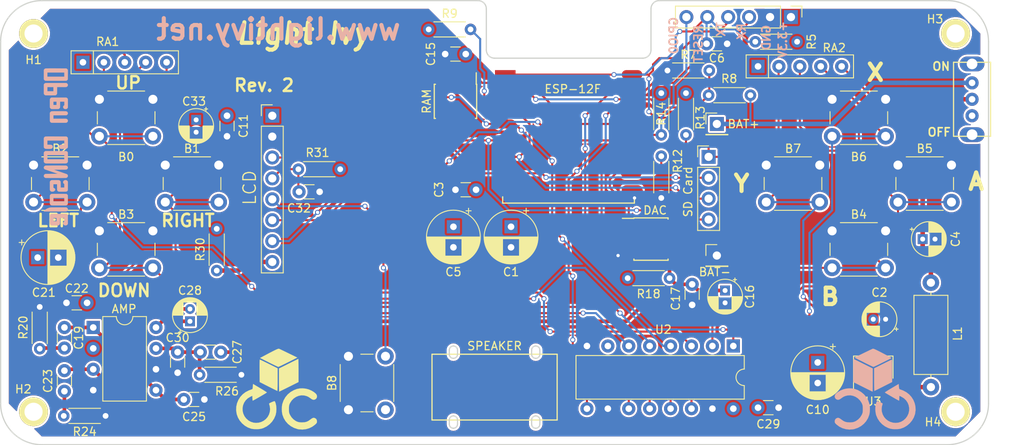
<source format=kicad_pcb>
(kicad_pcb (version 4) (host pcbnew 4.0.4-snap1-stable)
  (layers (0 F.Cu signal) (31 B.Cu signal) (34 B.Paste user) (35 F.Paste user) (36 B.SilkS user) (37 F.SilkS user) (38 B.Mask user) (39 F.Mask user) (44 Edge.Cuts user))
  (net 0 "")
  (net 1 GND)
  (net 2 VCC)
  (net 3 U1-15)
  (net 4 U1-16)
  (net 5 U1-1)
  (net 6 U1-12)
  (net 7 U3-3)
  (net 8 L1-2)
  (net 9 SW1-3)
  (net 10 U1-2)
  (net 11 U1-3)
  (net 12 U1-10)
  (net 13 U1-11)
  (net 14 U1-13)
  (net 15 U1-6)
  (net 16 U1-7)
  (net 17 U1-5)
  (net 18 VDD)
  (net 19 DAC-6)
  (net 20 AMP-1)
  (net 21 AMP-C100nF19-2)
  (net 22 AMP-3)
  (net 23 AMP-C100nF23-2)
  (net 24 AMP-5)
  (net 25 AMP-7)
  (net 26 AMP-8)
  (net 27 U2-3)
  (net 28 U2-4)
  (net 29 U2-5)
  (net 30 U2-6)
  (net 31 U2-11)
  (net 32 U2-12)
  (net 33 U2-13)
  (net 34 U2-14)
  (net 35 U1-4)
  (net 36 U1-14)
  (net 37 LCD-4)
  (net 38 LCD-6)
  (module CP_Radial_D6.3mm_P2.50mm (layer F.Cu) (at 145 96.5 270)
    (fp_text reference C5 (at 5.5 0 360) (layer F.SilkS))
    (fp_text value 220uF)
    (pad 1 thru_hole rect (at 0 0 270) (size 1.6 1.6) (drill 0.8) (layers *.Cu *.Mask) (net 2 VCC))
    (pad 2 thru_hole circle (at 2.5 0 270) (size 1.6 1.6) (drill 0.8) (layers *.Cu *.Mask) (net 1 GND))
  )
  (module C_Disc_D3.0mm_W1.6mm_P2.50mm (layer F.Cu) (at 111.5 111.75 270)
    (fp_text reference C30 (at -1.75 0 360) (layer F.SilkS))
    (fp_text value 22nF)
    (pad 1 thru_hole circle (at 0 0 270) (size 1.6 1.6) (drill 0.8) (layers *.Cu *.Mask) (net 25 AMP-7))
    (pad 2 thru_hole circle (at 2.5 0 270) (size 1.6 1.6) (drill 0.8) (layers *.Cu *.Mask) (net 1 GND))
  )
  (module LOGO2 (layer B.Cu) (at 194.75 118.75 180)
    (fp_text reference GR2 hide)
    (fp_text value LOGO hide)
  )
  (module PinHeader_1x01_P2.54mm_Vertical (layer F.Cu) (at 177 84)
    (fp_text reference BAT+ (at 3.25 0) (layer F.SilkS))
    (fp_text value Conn_01x01)
    (pad 1 thru_hole rect (at 0 0) (size 1.7 1.7) (drill 1) (layers *.Cu *.Mask) (net 9 SW1-3))
  )
  (module PinHeader_1x01_P2.54mm_Vertical (layer F.Cu) (at 177 100)
    (fp_text reference BAT- (at -0.25 2) (layer F.SilkS))
    (fp_text value Conn_01x01)
    (pad 1 thru_hole rect (at 0 0) (size 1.7 1.7) (drill 1) (layers *.Cu *.Mask) (net 1 GND))
  )
  (module PinHeader_1x06_P2.54mm_Vertical (layer F.Cu) (at 186 71 270)
    (fp_text reference JP2 hide)
    (fp_text value Conn_01x06)
    (pad 1 thru_hole rect (at 0 0 270) (size 1.7 1.7) (drill 1) (layers *.Cu *.Mask) (net 2 VCC))
    (pad 2 thru_hole oval (at 0 2.54 270) (size 1.7 1.7) (drill 1) (layers *.Cu *.Mask) (net 1 GND))
    (pad 3 thru_hole oval (at 0 5.08 270) (size 1.7 1.7) (drill 1) (layers *.Cu *.Mask) (net 3 U1-15))
    (pad 4 thru_hole oval (at 0 7.62 270) (size 1.7 1.7) (drill 1) (layers *.Cu *.Mask) (net 4 U1-16))
    (pad 5 thru_hole oval (at 0 10.16 270) (size 1.7 1.7) (drill 1) (layers *.Cu *.Mask) (net 5 U1-1))
    (pad 6 thru_hole oval (at 0 12.7 270) (size 1.7 1.7) (drill 1) (layers *.Cu *.Mask) (net 6 U1-12))
  )
  (module CP_Radial_D6.3mm_P2.50mm (layer F.Cu) (at 152 96.5 270)
    (fp_text reference C1 (at 5.5 0 360) (layer F.SilkS))
    (fp_text value 220uF)
    (pad 1 thru_hole rect (at 0 0 270) (size 1.6 1.6) (drill 0.8) (layers *.Cu *.Mask) (net 2 VCC))
    (pad 2 thru_hole circle (at 2.5 0 270) (size 1.6 1.6) (drill 0.8) (layers *.Cu *.Mask) (net 1 GND))
  )
  (module CP_Radial_D4.0mm_P1.50mm (layer F.Cu) (at 197.5 107.75 180)
    (fp_text reference C2 (at 0.75 3.25 180) (layer F.SilkS))
    (fp_text value 22uF)
    (pad 1 thru_hole rect (at 0 0 180) (size 1.2 1.2) (drill 0.6) (layers *.Cu *.Mask) (net 1 GND))
    (pad 2 thru_hole circle (at 1.5 0 180) (size 1.2 1.2) (drill 0.6) (layers *.Cu *.Mask) (net 2 VCC))
  )
  (module C_Disc_D3.0mm_W1.6mm_P2.50mm (layer F.Cu) (at 145.25 92)
    (fp_text reference C3 (at -2 0 270) (layer F.SilkS))
    (fp_text value 100nF)
    (pad 1 thru_hole circle (at 0 0) (size 1.6 1.6) (drill 0.8) (layers *.Cu *.Mask) (net 1 GND))
    (pad 2 thru_hole circle (at 2.5 0) (size 1.6 1.6) (drill 0.8) (layers *.Cu *.Mask) (net 2 VCC))
  )
  (module SOT-89-3 (layer F.Cu) (at 196 114 90)
    (fp_text reference U3 (at -3.75 0 360) (layer F.SilkS))
    (fp_text value QX2304LXXE)
    (pad 2 smd trapezoid (at 2.667 0) (size 1.6 0.85) (rect_delta 0 0.6) (layers F.Cu F.Paste F.Mask) (net 2 VCC))
    (pad 1 smd rect (at -1.68 -1.5) (size 1 1.9) (layers F.Cu F.Paste F.Mask) (net 1 GND))
    (pad 2 smd rect (at -1.5335 0) (size 1 2.2) (layers F.Cu F.Paste F.Mask) (net 2 VCC))
    (pad 3 smd rect (at -1.68 1.5) (size 1 1.9) (layers F.Cu F.Paste F.Mask) (net 7 U3-3))
    (pad 2 smd rect (at 1.3335 0) (size 2.2 1.84) (layers F.Cu F.Paste F.Mask) (net 2 VCC))
    (pad 2 smd trapezoid (at -0.0762 0 180) (size 1.5 1) (rect_delta 0 0.7) (layers F.Cu F.Paste F.Mask) (net 2 VCC))
  )
  (module CP_Radial_D4.0mm_P1.50mm (layer F.Cu) (at 202 98)
    (fp_text reference C4 (at 4 0 90) (layer F.SilkS))
    (fp_text value 22uF)
    (pad 1 thru_hole rect (at 0 0) (size 1.2 1.2) (drill 0.6) (layers *.Cu *.Mask) (net 8 L1-2))
    (pad 2 thru_hole circle (at 1.5 0) (size 1.2 1.2) (drill 0.6) (layers *.Cu *.Mask) (net 1 GND))
  )
  (module L_Axial_L9.5mm_D4.0mm_P12.70mm_Horizontal_Fastron_SMCC (layer F.Cu) (at 203 116 90)
    (fp_text reference L1 (at 6.5 3.25 90) (layer F.SilkS))
    (fp_text value 10uH)
    (pad 1 thru_hole circle (at 0 0 90) (size 2 2) (drill 1) (layers *.Cu *.Mask) (net 7 U3-3))
    (pad 2 thru_hole oval (at 12.7 0 90) (size 2 2) (drill 1) (layers *.Cu *.Mask) (net 8 L1-2))
  )
  (module SK12D07VG3 (layer F.Cu) (at 208 81 90)
    (fp_text reference ON (at 4 -3.75 180) (layer F.SilkS) (effects (font (thickness 0.2))))
    (fp_text value * hide)
    (pad "" thru_hole oval (at -4.3 0 90) (size 1.8 3) (drill 1.3) (layers *.Cu *.Mask))
    (pad "" thru_hole oval (at 4.3 0 90) (size 1.8 3) (drill 1.3) (layers *.Cu *.Mask))
    (pad 1 thru_hole circle (at -2 0 90) (size 1.6 1.6) (drill 0.8) (layers *.Cu *.Mask))
    (pad 3 thru_hole circle (at 2 0 90) (size 1.6 1.6) (drill 0.8) (layers *.Cu *.Mask) (net 9 SW1-3))
    (pad 2 thru_hole circle (at 0 0 90) (size 1.6 1.6) (drill 0.8) (layers *.Cu *.Mask) (net 8 L1-2))
  )
  (module R_Axial_DIN0204_L3.6mm_D1.6mm_P5.08mm_Horizontal (layer F.Cu) (at 186.75 74 180)
    (fp_text reference R5 (at -1.75 0 270) (layer F.SilkS))
    (fp_text value 10k)
    (pad 1 thru_hole circle (at 0 0 180) (size 1.4 1.4) (drill 0.7) (layers *.Cu *.Mask) (net 2 VCC))
    (pad 2 thru_hole oval (at 5.08 0 180) (size 1.4 1.4) (drill 0.7) (layers *.Cu *.Mask) (net 5 U1-1))
  )
  (module C_Disc_D3.0mm_W1.6mm_P2.50mm (layer F.Cu) (at 178.25 74.25 180)
    (fp_text reference C6 (at 1.25 -1.75 180) (layer F.SilkS))
    (fp_text value 1uF)
    (pad 1 thru_hole circle (at 0 0 180) (size 1.6 1.6) (drill 0.8) (layers *.Cu *.Mask) (net 1 GND))
    (pad 2 thru_hole circle (at 2.5 0 180) (size 1.6 1.6) (drill 0.8) (layers *.Cu *.Mask) (net 5 U1-1))
  )
  (module R_Axial_DIN0204_L3.6mm_D1.6mm_P5.08mm_Horizontal (layer F.Cu) (at 171 77.5)
    (fp_text reference R7 (at 2.54 -1.92) (layer F.SilkS))
    (fp_text value 10k)
    (pad 1 thru_hole circle (at 0 0) (size 1.4 1.4) (drill 0.7) (layers *.Cu *.Mask) (net 1 GND))
    (pad 2 thru_hole oval (at 5.08 0) (size 1.4 1.4) (drill 0.7) (layers *.Cu *.Mask) (net 10 U1-2))
  )
  (module R_Axial_DIN0204_L3.6mm_D1.6mm_P5.08mm_Horizontal (layer F.Cu) (at 176 80.5)
    (fp_text reference R8 (at 2.5 -2) (layer F.SilkS))
    (fp_text value 30k)
    (pad 1 thru_hole circle (at 0 0) (size 1.4 1.4) (drill 0.7) (layers *.Cu *.Mask) (net 10 U1-2))
    (pad 2 thru_hole oval (at 5.08 0) (size 1.4 1.4) (drill 0.7) (layers *.Cu *.Mask) (net 9 SW1-3))
  )
  (module R_Axial_DIN0204_L3.6mm_D1.6mm_P5.08mm_Horizontal (layer F.Cu) (at 142 72.5)
    (fp_text reference R9 (at 2.54 -1.92) (layer F.SilkS))
    (fp_text value 10k)
    (pad 1 thru_hole circle (at 0 0) (size 1.4 1.4) (drill 0.7) (layers *.Cu *.Mask) (net 2 VCC))
    (pad 2 thru_hole oval (at 5.08 0) (size 1.4 1.4) (drill 0.7) (layers *.Cu *.Mask) (net 11 U1-3))
  )
  (module CP_Radial_D6.3mm_P2.50mm (layer F.Cu) (at 189.25 113 270)
    (fp_text reference C10 (at 5.75 0 360) (layer F.SilkS))
    (fp_text value 220uF)
    (pad 1 thru_hole rect (at 0 0 270) (size 1.6 1.6) (drill 0.8) (layers *.Cu *.Mask) (net 2 VCC))
    (pad 2 thru_hole circle (at 2.5 0 270) (size 1.6 1.6) (drill 0.8) (layers *.Cu *.Mask) (net 1 GND))
  )
  (module C_Disc_D3.0mm_W1.6mm_P2.50mm (layer F.Cu) (at 117.5 85.5 90)
    (fp_text reference C11 (at 1.25 2 90) (layer F.SilkS))
    (fp_text value 100nF)
    (pad 1 thru_hole circle (at 0 0 90) (size 1.6 1.6) (drill 0.8) (layers *.Cu *.Mask) (net 1 GND))
    (pad 2 thru_hole circle (at 2.5 0 90) (size 1.6 1.6) (drill 0.8) (layers *.Cu *.Mask) (net 2 VCC))
  )
  (module R_Axial_DIN0204_L3.6mm_D1.6mm_P5.08mm_Horizontal (layer F.Cu) (at 170.25 93 90)
    (fp_text reference R12 (at 4.5 2 90) (layer F.SilkS))
    (fp_text value 10k)
    (pad 1 thru_hole circle (at 0 0 90) (size 1.4 1.4) (drill 0.7) (layers *.Cu *.Mask) (net 1 GND))
    (pad 2 thru_hole oval (at 5.08 0 90) (size 1.4 1.4) (drill 0.7) (layers *.Cu *.Mask) (net 12 U1-10))
  )
  (module R_Axial_DIN0204_L3.6mm_D1.6mm_P5.08mm_Horizontal (layer F.Cu) (at 173.25 80.25 270)
    (fp_text reference R13 (at 3 -1.75 270) (layer F.SilkS))
    (fp_text value 10k)
    (pad 1 thru_hole circle (at 0 0 270) (size 1.4 1.4) (drill 0.7) (layers *.Cu *.Mask) (net 2 VCC))
    (pad 2 thru_hole oval (at 5.08 0 270) (size 1.4 1.4) (drill 0.7) (layers *.Cu *.Mask) (net 13 U1-11))
  )
  (module R_Axial_DIN0204_L3.6mm_D1.6mm_P5.08mm_Horizontal (layer F.Cu) (at 170.25 80.25 270)
    (fp_text reference R14 (at 2.5 0 270) (layer F.SilkS))
    (fp_text value 10k)
    (pad 1 thru_hole circle (at 0 0 270) (size 1.4 1.4) (drill 0.7) (layers *.Cu *.Mask) (net 2 VCC))
    (pad 2 thru_hole oval (at 5.08 0 270) (size 1.4 1.4) (drill 0.7) (layers *.Cu *.Mask) (net 6 U1-12))
  )
  (module ESP-12F (layer F.Cu) (at 152 78)
    (fp_text reference ESP-12F (at 7.5 1.75) (layer F.SilkS))
    (fp_text value ESP-12F)
    (pad 1 smd rect (at 0 0) (size 2.5 1.1) (drill (offset -0.7 0)) (layers F.Cu F.Paste F.Mask) (net 5 U1-1))
    (pad 2 smd oval (at 0 2) (size 2.5 1.1) (drill (offset -0.7 0)) (layers F.Cu F.Paste F.Mask) (net 10 U1-2))
    (pad 3 smd oval (at 0 4) (size 2.5 1.1) (drill (offset -0.7 0)) (layers F.Cu F.Paste F.Mask) (net 11 U1-3))
    (pad 4 smd oval (at 0 6) (size 2.5 1.1) (drill (offset -0.7 0)) (layers F.Cu F.Paste F.Mask) (net 35 U1-4))
    (pad 5 smd oval (at 0 8) (size 2.5 1.1) (drill (offset -0.7 0)) (layers F.Cu F.Paste F.Mask) (net 17 U1-5))
    (pad 6 smd oval (at 0 10) (size 2.5 1.1) (drill (offset -0.7 0)) (layers F.Cu F.Paste F.Mask) (net 15 U1-6))
    (pad 7 smd oval (at 0 12) (size 2.5 1.1) (drill (offset -0.7 0)) (layers F.Cu F.Paste F.Mask) (net 16 U1-7))
    (pad 8 smd oval (at 0 14) (size 2.5 1.1) (drill (offset -0.7 0)) (layers F.Cu F.Paste F.Mask) (net 2 VCC))
    (pad 9 smd oval (at 14 14) (size 2.5 1.1) (drill (offset 0.7 0)) (layers F.Cu F.Paste F.Mask) (net 1 GND))
    (pad 10 smd oval (at 14 12) (size 2.5 1.1) (drill (offset 0.6 0)) (layers F.Cu F.Paste F.Mask) (net 12 U1-10))
    (pad 11 smd oval (at 14 10) (size 2.5 1.1) (drill (offset 0.7 0)) (layers F.Cu F.Paste F.Mask) (net 13 U1-11))
    (pad 12 smd oval (at 14 8) (size 2.5 1.1) (drill (offset 0.7 0)) (layers F.Cu F.Paste F.Mask) (net 6 U1-12))
    (pad 13 smd oval (at 14 6) (size 2.5 1.1) (drill (offset 0.7 0)) (layers F.Cu F.Paste F.Mask) (net 14 U1-13))
    (pad 14 smd oval (at 14 4) (size 2.5 1.1) (drill (offset 0.7 0)) (layers F.Cu F.Paste F.Mask) (net 36 U1-14))
    (pad 15 smd oval (at 14 2) (size 2.5 1.1) (drill (offset 0.7 0)) (layers F.Cu F.Paste F.Mask) (net 3 U1-15))
    (pad 16 smd oval (at 14 0) (size 2.5 1.1) (drill (offset 0.7 0)) (layers F.Cu F.Paste F.Mask) (net 4 U1-16))
  )
  (module C_Disc_D3.0mm_W1.6mm_P2.50mm (layer F.Cu) (at 144 75.5)
    (fp_text reference C15 (at -1.75 0 90) (layer F.SilkS))
    (fp_text value 100nF)
    (pad 1 thru_hole circle (at 0 0) (size 1.6 1.6) (drill 0.8) (layers *.Cu *.Mask) (net 1 GND))
    (pad 2 thru_hole circle (at 2.5 0) (size 1.6 1.6) (drill 0.8) (layers *.Cu *.Mask) (net 2 VCC))
  )
  (module SOIC-8_3.9x4.9mm_P1.27mm (layer F.Cu) (at 145.25 81.25 270)
    (fp_text reference RAM (at 0 3.5 450) (layer F.SilkS))
    (fp_text value VTI7064MSME)
    (pad 1 smd rect (at -2.8 -1.905 270) (size 1.75 0.6) (layers F.Cu F.Paste F.Mask) (net 14 U1-13))
    (pad 2 smd rect (at -2.8 -0.635 270) (size 1.75 0.6) (layers F.Cu F.Paste F.Mask) (net 15 U1-6))
    (pad 3 smd rect (at -2.8 0.635 270) (size 1.75 0.6) (layers F.Cu F.Paste F.Mask))
    (pad 4 smd rect (at -2.8 1.905 270) (size 1.75 0.6) (layers F.Cu F.Paste F.Mask) (net 1 GND))
    (pad 5 smd rect (at 2.8 1.905 270) (size 1.75 0.6) (layers F.Cu F.Paste F.Mask) (net 16 U1-7))
    (pad 6 smd rect (at 2.8 0.635 270) (size 1.75 0.6) (layers F.Cu F.Paste F.Mask) (net 17 U1-5))
    (pad 7 smd rect (at 2.8 -0.635 270) (size 1.75 0.6) (layers F.Cu F.Paste F.Mask))
    (pad 8 smd rect (at 2.8 -1.905 270) (size 1.75 0.6) (layers F.Cu F.Paste F.Mask) (net 2 VCC))
  )
  (module CP_Radial_D4.0mm_P1.50mm (layer F.Cu) (at 178 104.25 270)
    (fp_text reference C16 (at 0.75 -3 270) (layer F.SilkS))
    (fp_text value 22uF)
    (pad 1 thru_hole rect (at 0 0 270) (size 1.2 1.2) (drill 0.6) (layers *.Cu *.Mask) (net 18 VDD))
    (pad 2 thru_hole circle (at 1.5 0 270) (size 1.2 1.2) (drill 0.6) (layers *.Cu *.Mask) (net 1 GND))
  )
  (module C_Disc_D3.0mm_W1.6mm_P2.50mm (layer F.Cu) (at 174 106 90)
    (fp_text reference C17 (at 0.75 -2 90) (layer F.SilkS))
    (fp_text value 100nF)
    (pad 1 thru_hole circle (at 0 0 90) (size 1.6 1.6) (drill 0.8) (layers *.Cu *.Mask) (net 1 GND))
    (pad 2 thru_hole circle (at 2.5 0 90) (size 1.6 1.6) (drill 0.8) (layers *.Cu *.Mask) (net 18 VDD))
  )
  (module R_Axial_DIN0204_L3.6mm_D1.6mm_P5.08mm_Horizontal (layer F.Cu) (at 171.25 102.75 180)
    (fp_text reference R18 (at 2.54 -1.92 180) (layer F.SilkS))
    (fp_text value 10)
    (pad 1 thru_hole circle (at 0 0 180) (size 1.4 1.4) (drill 0.7) (layers *.Cu *.Mask) (net 18 VDD))
    (pad 2 thru_hole oval (at 5.08 0 180) (size 1.4 1.4) (drill 0.7) (layers *.Cu *.Mask) (net 2 VCC))
  )
  (module SOIC-8_3.9x4.9mm_P1.27mm (layer F.Cu) (at 169 98)
    (fp_text reference DAC (at 0.5 -3.5) (layer F.SilkS))
    (fp_text value PT8211-S)
    (pad 1 smd rect (at -2.8 -1.905) (size 1.75 0.6) (layers F.Cu F.Paste F.Mask) (net 12 U1-10))
    (pad 2 smd rect (at -2.8 -0.635) (size 1.75 0.6) (layers F.Cu F.Paste F.Mask) (net 13 U1-11))
    (pad 3 smd rect (at -2.8 0.635) (size 1.75 0.6) (layers F.Cu F.Paste F.Mask) (net 3 U1-15))
    (pad 4 smd rect (at -2.8 1.905) (size 1.75 0.6) (layers F.Cu F.Paste F.Mask) (net 1 GND))
    (pad 5 smd rect (at 2.8 1.905) (size 1.75 0.6) (layers F.Cu F.Paste F.Mask) (net 18 VDD))
    (pad 6 smd rect (at 2.8 0.635) (size 1.75 0.6) (layers F.Cu F.Paste F.Mask) (net 19 DAC-6))
    (pad 7 smd rect (at 2.8 -0.635) (size 1.75 0.6) (layers F.Cu F.Paste F.Mask))
    (pad 8 smd rect (at 2.8 -1.905) (size 1.75 0.6) (layers F.Cu F.Paste F.Mask) (net 19 DAC-6))
  )
  (module C_Disc_D3.0mm_W1.6mm_P2.50mm (layer F.Cu) (at 97.75 108.75 270)
    (fp_text reference C19 (at 1.25 -1.75 270) (layer F.SilkS))
    (fp_text value 100nF)
    (pad 1 thru_hole circle (at 0 0 270) (size 1.6 1.6) (drill 0.8) (layers *.Cu *.Mask) (net 20 AMP-1))
    (pad 2 thru_hole circle (at 2.5 0 270) (size 1.6 1.6) (drill 0.8) (layers *.Cu *.Mask) (net 21 AMP-C100nF19-2))
  )
  (module R_Axial_DIN0204_L3.6mm_D1.6mm_P5.08mm_Horizontal (layer F.Cu) (at 94.75 106.25 270)
    (fp_text reference R20 (at 2.5 2 270) (layer F.SilkS))
    (fp_text value 4.7)
    (pad 1 thru_hole circle (at 0 0 270) (size 1.4 1.4) (drill 0.7) (layers *.Cu *.Mask) (net 1 GND))
    (pad 2 thru_hole oval (at 5.08 0 270) (size 1.4 1.4) (drill 0.7) (layers *.Cu *.Mask) (net 21 AMP-C100nF19-2))
  )
  (module CP_Radial_D6.3mm_P2.50mm (layer F.Cu) (at 94.5 100.25)
    (fp_text reference C21 (at 0.75 4.25) (layer F.SilkS))
    (fp_text value 220uF)
    (pad 1 thru_hole rect (at 0 0) (size 1.6 1.6) (drill 0.8) (layers *.Cu *.Mask) (net 2 VCC))
    (pad 2 thru_hole circle (at 2.5 0) (size 1.6 1.6) (drill 0.8) (layers *.Cu *.Mask) (net 1 GND))
  )
  (module C_Disc_D3.0mm_W1.6mm_P2.50mm (layer F.Cu) (at 98 105.75)
    (fp_text reference C22 (at 1.25 -1.75) (layer F.SilkS))
    (fp_text value 100nF)
    (pad 1 thru_hole circle (at 0 0) (size 1.6 1.6) (drill 0.8) (layers *.Cu *.Mask) (net 1 GND))
    (pad 2 thru_hole circle (at 2.5 0) (size 1.6 1.6) (drill 0.8) (layers *.Cu *.Mask) (net 2 VCC))
  )
  (module C_Disc_D3.0mm_W1.6mm_P2.50mm (layer F.Cu) (at 97.75 114 270)
    (fp_text reference C23 (at 1.25 2 450) (layer F.SilkS))
    (fp_text value 100nF)
    (pad 1 thru_hole circle (at 0 0 270) (size 1.6 1.6) (drill 0.8) (layers *.Cu *.Mask) (net 22 AMP-3))
    (pad 2 thru_hole circle (at 2.5 0 270) (size 1.6 1.6) (drill 0.8) (layers *.Cu *.Mask) (net 23 AMP-C100nF23-2))
  )
  (module R_Axial_DIN0204_L3.6mm_D1.6mm_P5.08mm_Horizontal (layer F.Cu) (at 102.75 119.5 180)
    (fp_text reference R24 (at 2.54 -1.92 180) (layer F.SilkS))
    (fp_text value 4.7)
    (pad 1 thru_hole circle (at 0 0 180) (size 1.4 1.4) (drill 0.7) (layers *.Cu *.Mask) (net 1 GND))
    (pad 2 thru_hole oval (at 5.08 0 180) (size 1.4 1.4) (drill 0.7) (layers *.Cu *.Mask) (net 23 AMP-C100nF23-2))
  )
  (module C_Disc_D3.0mm_W1.6mm_P2.50mm (layer F.Cu) (at 114.75 117.5 180)
    (fp_text reference C25 (at 1.25 -2.11 180) (layer F.SilkS))
    (fp_text value 10nF)
    (pad 1 thru_hole circle (at 0 0 180) (size 1.6 1.6) (drill 0.8) (layers *.Cu *.Mask) (net 1 GND))
    (pad 2 thru_hole circle (at 2.5 0 180) (size 1.6 1.6) (drill 0.8) (layers *.Cu *.Mask) (net 24 AMP-5))
  )
  (module R_Axial_DIN0204_L3.6mm_D1.6mm_P5.08mm_Horizontal (layer F.Cu) (at 119.25 114.5 180)
    (fp_text reference R26 (at 1.75 -2 180) (layer F.SilkS))
    (fp_text value 10k)
    (pad 1 thru_hole circle (at 0 0 180) (size 1.4 1.4) (drill 0.7) (layers *.Cu *.Mask) (net 1 GND))
    (pad 2 thru_hole oval (at 5.08 0 180) (size 1.4 1.4) (drill 0.7) (layers *.Cu *.Mask) (net 25 AMP-7))
  )
  (module C_Disc_D3.0mm_W1.6mm_P2.50mm (layer F.Cu) (at 114.25 111.75)
    (fp_text reference C27 (at 4.5 0 90) (layer F.SilkS))
    (fp_text value 100nF)
    (pad 1 thru_hole circle (at 0 0) (size 1.6 1.6) (drill 0.8) (layers *.Cu *.Mask) (net 25 AMP-7))
    (pad 2 thru_hole circle (at 2.5 0) (size 1.6 1.6) (drill 0.8) (layers *.Cu *.Mask) (net 19 DAC-6))
  )
  (module CP_Radial_D4.0mm_P1.50mm (layer F.Cu) (at 113 108 90)
    (fp_text reference C28 (at 3.75 0 180) (layer F.SilkS))
    (fp_text value 10uF)
    (pad 1 thru_hole rect (at 0 0 90) (size 1.2 1.2) (drill 0.6) (layers *.Cu *.Mask) (net 26 AMP-8))
    (pad 2 thru_hole circle (at 1.5 0 90) (size 1.2 1.2) (drill 0.6) (layers *.Cu *.Mask) (net 24 AMP-5))
  )
  (module DIP-8_W7.62mm (layer F.Cu) (at 101.25 108.75)
    (fp_text reference AMP (at 3.75 -2.25) (layer F.SilkS))
    (fp_text value *)
    (pad 1 thru_hole rect (at 0 0) (size 1.6 1.6) (drill 0.8) (layers *.Cu *.Mask) (net 20 AMP-1))
    (pad 5 thru_hole oval (at 7.62 7.62) (size 1.6 1.6) (drill 0.8) (layers *.Cu *.Mask) (net 24 AMP-5))
    (pad 2 thru_hole oval (at 0 2.54) (size 1.6 1.6) (drill 0.8) (layers *.Cu *.Mask) (net 2 VCC))
    (pad 6 thru_hole oval (at 7.62 5.08) (size 1.6 1.6) (drill 0.8) (layers *.Cu *.Mask) (net 1 GND))
    (pad 3 thru_hole oval (at 0 5.08) (size 1.6 1.6) (drill 0.8) (layers *.Cu *.Mask) (net 22 AMP-3))
    (pad 7 thru_hole oval (at 7.62 2.54) (size 1.6 1.6) (drill 0.8) (layers *.Cu *.Mask) (net 25 AMP-7))
    (pad 4 thru_hole oval (at 0 7.62) (size 1.6 1.6) (drill 0.8) (layers *.Cu *.Mask) (net 1 GND))
    (pad 8 thru_hole oval (at 7.62 0) (size 1.6 1.6) (drill 0.8) (layers *.Cu *.Mask) (net 26 AMP-8))
  )
  (module Speaker_7417Q (layer F.Cu) (at 150 116)
    (fp_text reference SPEAKER (at 0 -5) (layer F.SilkS))
    (fp_text value Speaker)
    (pad 1 smd rect (at 6.8 -4) (size 1.6 3.6) (layers F.Cu F.Mask) (net 22 AMP-3))
    (pad 2 smd rect (at -6.8 -4) (size 1.6 3.6) (layers F.Cu F.Mask) (net 20 AMP-1))
  )
  (module PinHeader_1x04_P2.54mm_Vertical (layer F.Cu) (at 176 88)
    (fp_text reference "SD Card" (at -2.5 4.25 90) (layer F.SilkS))
    (fp_text value PinHeader_1x04_P2.54mm_Vertical)
    (pad 1 thru_hole rect (at 0 0) (size 1.7 1.7) (drill 1) (layers *.Cu *.Mask) (net 4 U1-16))
    (pad 2 thru_hole oval (at 0 2.54) (size 1.7 1.7) (drill 1) (layers *.Cu *.Mask) (net 16 U1-7))
    (pad 3 thru_hole oval (at 0 5.08) (size 1.7 1.7) (drill 1) (layers *.Cu *.Mask) (net 15 U1-6))
    (pad 4 thru_hole oval (at 0 7.62) (size 1.7 1.7) (drill 1) (layers *.Cu *.Mask) (net 17 U1-5))
  )
  (module R_Array_SIP5 (layer F.Cu) (at 100 76.5)
    (fp_text reference RA1 (at 3 -2.5 180) (layer F.SilkS))
    (fp_text value R_Network04)
    (pad 1 thru_hole rect (at 0 0) (size 1.6 1.6) (drill 0.8) (layers *.Cu *.Mask) (net 2 VCC))
    (pad 2 thru_hole oval (at 2.54 0) (size 1.6 1.6) (drill 0.8) (layers *.Cu *.Mask) (net 27 U2-3))
    (pad 3 thru_hole oval (at 5.08 0) (size 1.6 1.6) (drill 0.8) (layers *.Cu *.Mask) (net 29 U2-5))
    (pad 4 thru_hole oval (at 7.62 0) (size 1.6 1.6) (drill 0.8) (layers *.Cu *.Mask) (net 30 U2-6))
    (pad 5 thru_hole oval (at 10.16 0) (size 1.6 1.6) (drill 0.8) (layers *.Cu *.Mask) (net 28 U2-4))
  )
  (module R_Array_SIP5 (layer F.Cu) (at 182 77)
    (fp_text reference RA2 (at 9.25 -2.25 180) (layer F.SilkS))
    (fp_text value R_Network04)
    (pad 1 thru_hole rect (at 0 0) (size 1.6 1.6) (drill 0.8) (layers *.Cu *.Mask) (net 2 VCC))
    (pad 2 thru_hole oval (at 2.54 0) (size 1.6 1.6) (drill 0.8) (layers *.Cu *.Mask) (net 34 U2-14))
    (pad 3 thru_hole oval (at 5.08 0) (size 1.6 1.6) (drill 0.8) (layers *.Cu *.Mask) (net 31 U2-11))
    (pad 4 thru_hole oval (at 7.62 0) (size 1.6 1.6) (drill 0.8) (layers *.Cu *.Mask) (net 32 U2-12))
    (pad 5 thru_hole oval (at 10.16 0) (size 1.6 1.6) (drill 0.8) (layers *.Cu *.Mask) (net 33 U2-13))
  )
  (module SW_PUSH_6mm_h5mm (layer F.Cu) (at 102 81)
    (fp_text reference B0 (at 3.25 7) (layer F.SilkS))
    (fp_text value SW_DIP_x01)
    (pad 2 thru_hole circle (at 0 4.5 90) (size 2 2) (drill 1.1) (layers *.Cu *.Mask) (net 27 U2-3))
    (pad 1 thru_hole circle (at 0 0 90) (size 2 2) (drill 1.1) (layers *.Cu *.Mask) (net 1 GND))
    (pad 2 thru_hole circle (at 6.5 4.5 90) (size 2 2) (drill 1.1) (layers *.Cu *.Mask) (net 27 U2-3))
    (pad 1 thru_hole circle (at 6.5 0 90) (size 2 2) (drill 1.1) (layers *.Cu *.Mask) (net 1 GND))
  )
  (module SW_PUSH_6mm_h5mm (layer F.Cu) (at 110 89)
    (fp_text reference B1 (at 3.25 -2) (layer F.SilkS))
    (fp_text value SW_DIP_x01)
    (pad 2 thru_hole circle (at 0 4.5 90) (size 2 2) (drill 1.1) (layers *.Cu *.Mask) (net 28 U2-4))
    (pad 1 thru_hole circle (at 0 0 90) (size 2 2) (drill 1.1) (layers *.Cu *.Mask) (net 1 GND))
    (pad 2 thru_hole circle (at 6.5 4.5 90) (size 2 2) (drill 1.1) (layers *.Cu *.Mask) (net 28 U2-4))
    (pad 1 thru_hole circle (at 6.5 0 90) (size 2 2) (drill 1.1) (layers *.Cu *.Mask) (net 1 GND))
  )
  (module SW_PUSH_6mm_h5mm (layer F.Cu) (at 94 89)
    (fp_text reference B2 (at 3.25 -2) (layer F.SilkS))
    (fp_text value SW_DIP_x01)
    (pad 2 thru_hole circle (at 0 4.5 90) (size 2 2) (drill 1.1) (layers *.Cu *.Mask) (net 29 U2-5))
    (pad 1 thru_hole circle (at 0 0 90) (size 2 2) (drill 1.1) (layers *.Cu *.Mask) (net 1 GND))
    (pad 2 thru_hole circle (at 6.5 4.5 90) (size 2 2) (drill 1.1) (layers *.Cu *.Mask) (net 29 U2-5))
    (pad 1 thru_hole circle (at 6.5 0 90) (size 2 2) (drill 1.1) (layers *.Cu *.Mask) (net 1 GND))
  )
  (module SW_PUSH_6mm_h5mm (layer F.Cu) (at 102 97)
    (fp_text reference B3 (at 3.25 -2) (layer F.SilkS))
    (fp_text value SW_DIP_x01)
    (pad 2 thru_hole circle (at 0 4.5 90) (size 2 2) (drill 1.1) (layers *.Cu *.Mask) (net 30 U2-6))
    (pad 1 thru_hole circle (at 0 0 90) (size 2 2) (drill 1.1) (layers *.Cu *.Mask) (net 1 GND))
    (pad 2 thru_hole circle (at 6.5 4.5 90) (size 2 2) (drill 1.1) (layers *.Cu *.Mask) (net 30 U2-6))
    (pad 1 thru_hole circle (at 6.5 0 90) (size 2 2) (drill 1.1) (layers *.Cu *.Mask) (net 1 GND))
  )
  (module SW_PUSH_6mm_h5mm (layer F.Cu) (at 191 97)
    (fp_text reference B4 (at 3.25 -2) (layer F.SilkS))
    (fp_text value SW_DIP_x01)
    (pad 2 thru_hole circle (at 0 4.5 90) (size 2 2) (drill 1.1) (layers *.Cu *.Mask) (net 31 U2-11))
    (pad 1 thru_hole circle (at 0 0 90) (size 2 2) (drill 1.1) (layers *.Cu *.Mask) (net 1 GND))
    (pad 2 thru_hole circle (at 6.5 4.5 90) (size 2 2) (drill 1.1) (layers *.Cu *.Mask) (net 31 U2-11))
    (pad 1 thru_hole circle (at 6.5 0 90) (size 2 2) (drill 1.1) (layers *.Cu *.Mask) (net 1 GND))
  )
  (module SW_PUSH_6mm_h5mm (layer F.Cu) (at 199 89)
    (fp_text reference B5 (at 3.25 -2) (layer F.SilkS))
    (fp_text value SW_DIP_x01)
    (pad 2 thru_hole circle (at 0 4.5 90) (size 2 2) (drill 1.1) (layers *.Cu *.Mask) (net 32 U2-12))
    (pad 1 thru_hole circle (at 0 0 90) (size 2 2) (drill 1.1) (layers *.Cu *.Mask) (net 1 GND))
    (pad 2 thru_hole circle (at 6.5 4.5 90) (size 2 2) (drill 1.1) (layers *.Cu *.Mask) (net 32 U2-12))
    (pad 1 thru_hole circle (at 6.5 0 90) (size 2 2) (drill 1.1) (layers *.Cu *.Mask) (net 1 GND))
  )
  (module SW_PUSH_6mm_h5mm (layer F.Cu) (at 191 81)
    (fp_text reference B6 (at 3.25 7) (layer F.SilkS))
    (fp_text value SW_DIP_x01)
    (pad 2 thru_hole circle (at 0 4.5 90) (size 2 2) (drill 1.1) (layers *.Cu *.Mask) (net 33 U2-13))
    (pad 1 thru_hole circle (at 0 0 90) (size 2 2) (drill 1.1) (layers *.Cu *.Mask) (net 1 GND))
    (pad 2 thru_hole circle (at 6.5 4.5 90) (size 2 2) (drill 1.1) (layers *.Cu *.Mask) (net 33 U2-13))
    (pad 1 thru_hole circle (at 6.5 0 90) (size 2 2) (drill 1.1) (layers *.Cu *.Mask) (net 1 GND))
  )
  (module SW_PUSH_6mm_h5mm (layer F.Cu) (at 183 89)
    (fp_text reference B7 (at 3.25 -2) (layer F.SilkS))
    (fp_text value SW_DIP_x01)
    (pad 2 thru_hole circle (at 0 4.5 90) (size 2 2) (drill 1.1) (layers *.Cu *.Mask) (net 34 U2-14))
    (pad 1 thru_hole circle (at 0 0 90) (size 2 2) (drill 1.1) (layers *.Cu *.Mask) (net 1 GND))
    (pad 2 thru_hole circle (at 6.5 4.5 90) (size 2 2) (drill 1.1) (layers *.Cu *.Mask) (net 34 U2-14))
    (pad 1 thru_hole circle (at 6.5 0 90) (size 2 2) (drill 1.1) (layers *.Cu *.Mask) (net 1 GND))
  )
  (module SW_PUSH_6mm_h5mm (layer F.Cu) (at 132.25 118.75 90)
    (fp_text reference B8 (at 3.25 -2 90) (layer F.SilkS))
    (fp_text value SW_DIP_x01)
    (pad 2 thru_hole circle (at 0 4.5 180) (size 2 2) (drill 1.1) (layers *.Cu *.Mask))
    (pad 1 thru_hole circle (at 0 0 180) (size 2 2) (drill 1.1) (layers *.Cu *.Mask) (net 1 GND))
    (pad 2 thru_hole circle (at 6.5 4.5 180) (size 2 2) (drill 1.1) (layers *.Cu *.Mask) (net 6 U1-12))
    (pad 1 thru_hole circle (at 6.5 0 180) (size 2 2) (drill 1.1) (layers *.Cu *.Mask) (net 1 GND))
  )
  (module C_Disc_D3.0mm_W1.6mm_P2.50mm (layer F.Cu) (at 184.5 118.5 180)
    (fp_text reference C29 (at 1.25 -2 360) (layer F.SilkS))
    (fp_text value 100nF)
    (pad 1 thru_hole circle (at 0 0 180) (size 1.6 1.6) (drill 0.8) (layers *.Cu *.Mask) (net 1 GND))
    (pad 2 thru_hole circle (at 2.5 0 180) (size 1.6 1.6) (drill 0.8) (layers *.Cu *.Mask) (net 2 VCC))
  )
  (module DIP-16_W7.62mm (layer F.Cu) (at 179 111 270)
    (fp_text reference U2 (at -2 8.5 360) (layer F.SilkS))
    (fp_text value 74HC165)
    (pad 1 thru_hole rect (at 0 0 270) (size 1.6 1.6) (drill 0.8) (layers *.Cu *.Mask) (net 35 U1-4))
    (pad 9 thru_hole oval (at 7.62 17.78 270) (size 1.6 1.6) (drill 0.8) (layers *.Cu *.Mask) (net 36 U1-14))
    (pad 2 thru_hole oval (at 0 2.54 270) (size 1.6 1.6) (drill 0.8) (layers *.Cu *.Mask) (net 4 U1-16))
    (pad 10 thru_hole oval (at 7.62 15.24 270) (size 1.6 1.6) (drill 0.8) (layers *.Cu *.Mask) (net 1 GND))
    (pad 3 thru_hole oval (at 0 5.08 270) (size 1.6 1.6) (drill 0.8) (layers *.Cu *.Mask) (net 27 U2-3))
    (pad 11 thru_hole oval (at 7.62 12.7 270) (size 1.6 1.6) (drill 0.8) (layers *.Cu *.Mask) (net 31 U2-11))
    (pad 4 thru_hole oval (at 0 7.62 270) (size 1.6 1.6) (drill 0.8) (layers *.Cu *.Mask) (net 28 U2-4))
    (pad 12 thru_hole oval (at 7.62 10.16 270) (size 1.6 1.6) (drill 0.8) (layers *.Cu *.Mask) (net 32 U2-12))
    (pad 5 thru_hole oval (at 0 10.16 270) (size 1.6 1.6) (drill 0.8) (layers *.Cu *.Mask) (net 29 U2-5))
    (pad 13 thru_hole oval (at 7.62 7.62 270) (size 1.6 1.6) (drill 0.8) (layers *.Cu *.Mask) (net 33 U2-13))
    (pad 6 thru_hole oval (at 0 12.7 270) (size 1.6 1.6) (drill 0.8) (layers *.Cu *.Mask) (net 30 U2-6))
    (pad 14 thru_hole oval (at 7.62 5.08 270) (size 1.6 1.6) (drill 0.8) (layers *.Cu *.Mask) (net 34 U2-14))
    (pad 7 thru_hole oval (at 0 15.24 270) (size 1.6 1.6) (drill 0.8) (layers *.Cu *.Mask))
    (pad 15 thru_hole oval (at 7.62 2.54 270) (size 1.6 1.6) (drill 0.8) (layers *.Cu *.Mask) (net 1 GND))
    (pad 8 thru_hole oval (at 0 17.78 270) (size 1.6 1.6) (drill 0.8) (layers *.Cu *.Mask) (net 1 GND))
    (pad 16 thru_hole oval (at 7.62 0 270) (size 1.6 1.6) (drill 0.8) (layers *.Cu *.Mask) (net 2 VCC))
  )
  (module R_Axial_DIN0204_L3.6mm_D1.6mm_P5.08mm_Horizontal (layer F.Cu) (at 116.25 96.75 270)
    (fp_text reference R30 (at 2.5 2 270) (layer F.SilkS))
    (fp_text value 18)
    (pad 1 thru_hole circle (at 0 0 270) (size 1.4 1.4) (drill 0.7) (layers *.Cu *.Mask) (net 2 VCC))
    (pad 2 thru_hole oval (at 5.08 0 270) (size 1.4 1.4) (drill 0.7) (layers *.Cu *.Mask) (net 37 LCD-4))
  )
  (module R_Axial_DIN0204_L3.6mm_D1.6mm_P5.08mm_Horizontal (layer F.Cu) (at 131.25 89.5 180)
    (fp_text reference R31 (at 2.75 2 360) (layer F.SilkS))
    (fp_text value 10k)
    (pad 1 thru_hole circle (at 0 0 180) (size 1.4 1.4) (drill 0.7) (layers *.Cu *.Mask) (net 2 VCC))
    (pad 2 thru_hole oval (at 5.08 0 180) (size 1.4 1.4) (drill 0.7) (layers *.Cu *.Mask) (net 38 LCD-6))
  )
  (module C_Disc_D3.0mm_W1.6mm_P2.50mm (layer F.Cu) (at 128.75 92.25 180)
    (fp_text reference C32 (at 2.5 -2 360) (layer F.SilkS))
    (fp_text value 1uF)
    (pad 1 thru_hole circle (at 0 0 180) (size 1.6 1.6) (drill 0.8) (layers *.Cu *.Mask) (net 1 GND))
    (pad 2 thru_hole circle (at 2.5 0 180) (size 1.6 1.6) (drill 0.8) (layers *.Cu *.Mask) (net 38 LCD-6))
  )
  (module CP_Radial_D4.0mm_P1.50mm (layer F.Cu) (at 113.75 83.5 270)
    (fp_text reference C33 (at -2.25 0.25 360) (layer F.SilkS))
    (fp_text value 22uF)
    (pad 1 thru_hole rect (at 0 0 270) (size 1.2 1.2) (drill 0.6) (layers *.Cu *.Mask) (net 2 VCC))
    (pad 2 thru_hole circle (at 1.5 0 270) (size 1.2 1.2) (drill 0.6) (layers *.Cu *.Mask) (net 1 GND))
  )
  (module PinHeader_1x08_P2.54mm_Vertical (layer F.Cu) (at 123 83)
    (fp_text reference LCD (at -2.75 8.75 90) (layer F.SilkS))
    (fp_text value PinHeader_1x08_P2.54mm_Vertical)
    (pad 1 thru_hole rect (at 0 0) (size 1.7 1.7) (drill 1) (layers *.Cu *.Mask) (net 2 VCC))
    (pad 2 thru_hole oval (at 0 2.54) (size 1.7 1.7) (drill 1) (layers *.Cu *.Mask) (net 1 GND))
    (pad 3 thru_hole oval (at 0 5.08) (size 1.7 1.7) (drill 1) (layers *.Cu *.Mask) (net 35 U1-4))
    (pad 4 thru_hole oval (at 0 7.62) (size 1.7 1.7) (drill 1) (layers *.Cu *.Mask) (net 38 LCD-6))
    (pad 5 thru_hole oval (at 0 10.16) (size 1.7 1.7) (drill 1) (layers *.Cu *.Mask) (net 6 U1-12))
    (pad 6 thru_hole oval (at 0 12.7) (size 1.7 1.7) (drill 1) (layers *.Cu *.Mask) (net 16 U1-7))
    (pad 7 thru_hole oval (at 0 15.24) (size 1.7 1.7) (drill 1) (layers *.Cu *.Mask) (net 17 U1-5))
    (pad 8 thru_hole oval (at 0 17.78) (size 1.7 1.7) (drill 1) (layers *.Cu *.Mask) (net 37 LCD-4))
  )
  (module MountingHole_2.2mm_M2_ISO7380_Pad (layer F.Cu) (at 94 73)
    (fp_text reference H1 (at 0 3.2) (layer F.SilkS))
    (fp_text value *)
    (pad 1 thru_hole circle (at 0 0) (size 3.5 3.5) (drill 2.2) (layers *.Cu *.Mask F.SilkS))
  )
  (module MountingHole_2.2mm_M2_ISO7380_Pad (layer F.Cu) (at 94 119)
    (fp_text reference H2 (at -1.25 -2.75) (layer F.SilkS))
    (fp_text value *)
    (pad 1 thru_hole circle (at 0 0) (size 3.5 3.5) (drill 2.2) (layers *.Cu *.Mask F.SilkS))
  )
  (module MountingHole_2.2mm_M2_ISO7380_Pad (layer F.Cu) (at 206 73)
    (fp_text reference H3 (at -2.5 -1.75) (layer F.SilkS))
    (fp_text value *)
    (pad 1 thru_hole circle (at 0 0) (size 3.5 3.5) (drill 2.2) (layers *.Cu *.Mask F.SilkS))
  )
  (module MountingHole_2.2mm_M2_ISO7380_Pad (layer F.Cu) (at 206 119)
    (fp_text reference H4 (at -2.75 1.25) (layer F.SilkS))
    (fp_text value *)
    (pad 1 thru_hole circle (at 0 0) (size 3.5 3.5) (drill 2.2) (layers *.Cu *.Mask F.SilkS))
  )
  (module LOGO (layer B.Cu) (at 101.75 87 270)
    (fp_text reference GR1 hide)
    (fp_text value LOGO hide)
  )
  (module LOGO2 (layer F.Cu) (at 125 118.75)
    (fp_text reference GR2 hide)
    (fp_text value LOGO hide)
  )
  (gr_arc (start 155 120) (end 155 119.5) (angle 90) (layer Edge.Cuts) (width 0.15))
  (gr_arc (start 155 120) (end 154.5 120) (angle 90) (layer Edge.Cuts) (width 0.15))
  (gr_arc (start 155 120.5) (end 155 121) (angle 90) (layer Edge.Cuts) (width 0.15))
  (gr_arc (start 155 120.5) (end 155.5 120.5) (angle 90) (layer Edge.Cuts) (width 0.15))
  (gr_line (start 154.5 120) (end 154.5 120.5) (angle 90) (layer Edge.Cuts) (width 0.15))
  (gr_line (start 155.5 120) (end 155.5 120.5) (angle 90) (layer Edge.Cuts) (width 0.15))
  (gr_arc (start 145 120) (end 145 119.5) (angle 90) (layer Edge.Cuts) (width 0.15))
  (gr_arc (start 145 120) (end 144.5 120) (angle 90) (layer Edge.Cuts) (width 0.15))
  (gr_arc (start 145 120.5) (end 145 121) (angle 90) (layer Edge.Cuts) (width 0.15))
  (gr_arc (start 145 120.5) (end 145.5 120.5) (angle 90) (layer Edge.Cuts) (width 0.15))
  (gr_line (start 144.5 120) (end 144.5 120.5) (angle 90) (layer Edge.Cuts) (width 0.15))
  (gr_line (start 145.5 120.5) (end 145.5 120) (angle 90) (layer Edge.Cuts) (width 0.15))
  (gr_line (start 155.5 111.5) (end 155.5 112) (angle 90) (layer Edge.Cuts) (width 0.15))
  (gr_line (start 154.5 111.5) (end 154.5 112) (angle 90) (layer Edge.Cuts) (width 0.15))
  (gr_line (start 145.5 112) (end 145.5 111.5) (angle 90) (layer Edge.Cuts) (width 0.15))
  (gr_line (start 144.5 111.5) (end 144.5 112) (angle 90) (layer Edge.Cuts) (width 0.15))
  (gr_text RIGHT (at 112.75 95.75) (layer F.SilkS) (effects (font (size 1.5 1.5) (thickness 0.3))))
  (gr_text LEFT (at 97 95.75) (layer F.SilkS) (effects (font (size 1.5 1.5) (thickness 0.3))))
  (gr_text DOWN (at 105 104.25) (layer F.SilkS) (effects (font (size 1.5 1.5) (thickness 0.3))))
  (gr_text UP (at 105.5 79) (layer F.SilkS) (effects (font (size 1.5 1.5) (thickness 0.3))))
  (gr_text B (at 190.75 105) (layer F.SilkS) (effects (font (size 2 2) (thickness 0.5))))
  (gr_text X (at 196.25 77.75) (layer F.SilkS) (effects (font (size 2 2) (thickness 0.5))))
  (gr_text Y (at 180 91.25) (layer F.SilkS) (effects (font (size 2 2) (thickness 0.5))))
  (gr_text A (at 208.5 91) (layer F.SilkS) (effects (font (size 2 2) (thickness 0.5))))
  (gr_arc (start 155 112) (end 155.5 112) (angle 90) (layer Edge.Cuts) (width 0.15))
  (gr_arc (start 155 112) (end 155 112.5) (angle 90) (layer Edge.Cuts) (width 0.15))
  (gr_arc (start 155 111.5) (end 154.5 111.5) (angle 90) (layer Edge.Cuts) (width 0.15))
  (gr_arc (start 155 111.5) (end 155 111) (angle 90) (layer Edge.Cuts) (width 0.15))
  (gr_arc (start 145 112) (end 145.5 112) (angle 90) (layer Edge.Cuts) (width 0.15))
  (gr_arc (start 145 112) (end 145 112.5) (angle 90) (layer Edge.Cuts) (width 0.15))
  (gr_arc (start 145 111.5) (end 144.5 111.5) (angle 90) (layer Edge.Cuts) (width 0.15))
  (gr_arc (start 145 111.5) (end 145 111) (angle 90) (layer Edge.Cuts) (width 0.15))
  (gr_text OFF (at 204 85) (layer F.SilkS) (effects (font (size 1 1) (thickness 0.2))))
  (gr_text GPIO0 (at 171.75 73.25 90) (layer B.SilkS) (effects (font (size 1 1) (thickness 0.2)) (justify mirror)))
  (gr_text RESET (at 174.75 74.25 90) (layer B.SilkS) (effects (font (size 1 1) (thickness 0.2)) (justify mirror)))
  (gr_text TX (at 177.5 72.5 90) (layer B.SilkS) (effects (font (size 1 1) (thickness 0.2)) (justify mirror)))
  (gr_text RX (at 180 72.75 90) (layer B.SilkS) (effects (font (size 1 1) (thickness 0.2)) (justify mirror)))
  (gr_text GND (at 183 73.5 90) (layer B.SilkS) (effects (font (size 1 1) (thickness 0.2)) (justify mirror)))
  (gr_text +3.3V (at 185 73.75 90) (layer B.SilkS) (effects (font (size 1 1) (thickness 0.2)) (justify mirror)))
  (gr_text www.lightivy.net (at 123.75 72.5) (layer B.SilkS) (effects (font (size 2.5 2.5) (thickness 0.5)) (justify mirror)))
  (gr_text "Rev. 2" (at 122 79.3) (layer F.SilkS) (effects (font (size 1.5 1.5) (thickness 0.3))))
  (gr_text "Light Ivy" (at 126.75 73) (layer F.SilkS) (effects (font (size 2.5 2.5) (thickness 0.5) italic)))
  (gr_arc (start 95 118) (end 95 123) (angle 90) (layer Edge.Cuts) (width 0.15))
  (gr_arc (start 205 118) (end 210 118) (angle 90) (layer Edge.Cuts) (width 0.15))
  (gr_arc (start 205 74) (end 205 69) (angle 90) (layer Edge.Cuts) (width 0.15))
  (gr_arc (start 170 70) (end 169 70) (angle 90) (layer Edge.Cuts) (width 0.15))
  (gr_arc (start 168 75) (end 169 75) (angle 90) (layer Edge.Cuts) (width 0.15))
  (gr_arc (start 150 75) (end 150 76) (angle 90) (layer Edge.Cuts) (width 0.15))
  (gr_arc (start 148 70) (end 148 69) (angle 90) (layer Edge.Cuts) (width 0.15))
  (gr_arc (start 95 74) (end 90 74) (angle 90) (layer Edge.Cuts) (width 0.15))
  (gr_line (start 205 123) (end 95 123) (angle 90) (layer Edge.Cuts) (width 0.15))
  (gr_line (start 210 74) (end 210 118) (angle 90) (layer Edge.Cuts) (width 0.15))
  (gr_line (start 170 69) (end 205 69) (angle 90) (layer Edge.Cuts) (width 0.15))
  (gr_line (start 169 75) (end 169 70) (angle 90) (layer Edge.Cuts) (width 0.15))
  (gr_line (start 150 76) (end 168 76) (angle 90) (layer Edge.Cuts) (width 0.15))
  (gr_line (start 149 70) (end 149 75) (angle 90) (layer Edge.Cuts) (width 0.15))
  (gr_line (start 95 69) (end 148 69) (angle 90) (layer Edge.Cuts) (width 0.15))
  (gr_line (start 90 74) (end 90 118) (angle 90) (layer Edge.Cuts) (width 0.15))
  (segment (start 170.25 93) (end 167 93) (width 0.55) (layer F.Cu) (net 1))
  (via (at 167 93) (size 0.6) (drill 0.4) (layers F.Cu B.Cu) (net 1))
  (segment (start 167 93) (end 166 92) (width 0.55) (layer F.Cu) (net 1))
  (segment (start 194.5 115.68) (end 189.43 115.68) (width 0.55) (layer F.Cu) (net 1))
  (segment (start 189.43 115.68) (end 189.25 115.5) (width 0.55) (layer F.Cu) (net 1))
  (segment (start 166.3 99.905) (end 165.095 99.905) (width 0.45) (layer F.Cu) (net 1))
  (via (at 165 100) (size 0.6) (drill 0.4) (layers F.Cu B.Cu) (net 1))
  (segment (start 165.095 99.905) (end 165 100) (width 0.45) (layer F.Cu) (net 1))
  (segment (start 143.345 78.55) (end 143.345 76.155) (width 0.45) (layer F.Cu) (net 1))
  (segment (start 143.345 76.155) (end 144 75.5) (width 0.45) (layer F.Cu) (net 1))
  (segment (start 196 111.333) (end 196 112.6665) (width 0.55) (layer F.Cu) (net 2))
  (segment (start 196 112.6665) (end 196 114.0762) (width 0.55) (layer F.Cu) (net 2))
  (segment (start 196 115.3335) (end 196 114.0762) (width 0.55) (layer F.Cu) (net 2))
  (segment (start 161.013504 86.999635) (end 161.013504 95.999635) (width 0.25) (layer F.Cu) (net 3))
  (segment (start 163.635 98.635) (end 161.263504 96.249635) (width 0.25) (layer F.Cu) (net 3))
  (via (at 161.013504 86.999635) (size 0.6) (drill 0.4) (layers F.Cu B.Cu) (net 3))
  (segment (start 161.013504 86.999635) (end 161 83) (width 0.25) (layer B.Cu) (net 3))
  (via (at 161 83) (size 0.6) (drill 0.4) (layers F.Cu B.Cu) (net 3))
  (segment (start 161 83) (end 164.25 80) (width 0.25) (layer F.Cu) (net 3))
  (segment (start 166 80) (end 164.25 80) (width 0.25) (layer F.Cu) (net 3))
  (segment (start 163.635 98.635) (end 166.3 98.635) (width 0.25) (layer F.Cu) (net 3))
  (segment (start 161.013504 95.999635) (end 161.263504 96.249635) (width 0.25) (layer F.Cu) (net 3))
  (segment (start 180.92 71) (end 180.92 71.58) (width 0.25) (layer F.Cu) (net 3))
  (segment (start 180.92 71.58) (end 179.75 72.75) (width 0.25) (layer F.Cu) (net 3))
  (segment (start 179.75 72.75) (end 179.75 75.25) (width 0.25) (layer F.Cu) (net 3))
  (segment (start 179.75 75.25) (end 179 76) (width 0.25) (layer F.Cu) (net 3))
  (segment (start 179 76) (end 174.75 76) (width 0.25) (layer F.Cu) (net 3))
  (segment (start 174.75 76) (end 171.75 79) (width 0.25) (layer F.Cu) (net 3))
  (segment (start 171.75 79) (end 169.25 79) (width 0.25) (layer F.Cu) (net 3))
  (segment (start 169.25 79) (end 168.25 80) (width 0.25) (layer F.Cu) (net 3))
  (segment (start 168.25 80) (end 166 80) (width 0.25) (layer F.Cu) (net 3))
  (segment (start 176 88) (end 178 88) (width 0.25) (layer F.Cu) (net 4))
  (segment (start 176.46 108.54) (end 176.46 111) (width 0.25) (layer F.Cu) (net 4))
  (segment (start 177.25 107.75) (end 176.46 108.54) (width 0.25) (layer F.Cu) (net 4))
  (segment (start 178.75 107.75) (end 177.25 107.75) (width 0.25) (layer F.Cu) (net 4))
  (segment (start 179.75 106.75) (end 178.75 107.75) (width 0.25) (layer F.Cu) (net 4))
  (segment (start 179.75 89.75) (end 179.75 106.75) (width 0.25) (layer F.Cu) (net 4))
  (segment (start 178 88) (end 179.75 89.75) (width 0.25) (layer F.Cu) (net 4))
  (segment (start 168.75 78) (end 168.75 78.5) (width 0.25) (layer F.Cu) (net 4))
  (segment (start 176 86.25) (end 176 88) (width 0.25) (layer F.Cu) (net 4))
  (segment (start 173 83.25) (end 176 86.25) (width 0.25) (layer F.Cu) (net 4))
  (segment (start 169.5 83.25) (end 173 83.25) (width 0.25) (layer F.Cu) (net 4))
  (segment (start 168.75 82.5) (end 169.5 83.25) (width 0.25) (layer F.Cu) (net 4))
  (via (at 168.75 82.5) (size 0.6) (drill 0.4) (layers F.Cu B.Cu) (net 4))
  (segment (start 168.75 78.5) (end 168.75 82.5) (width 0.25) (layer B.Cu) (net 4))
  (via (at 168.75 78.5) (size 0.6) (drill 0.4) (layers F.Cu B.Cu) (net 4))
  (segment (start 176.46 111) (end 176.46 110.96) (width 0.25) (layer F.Cu) (net 4))
  (segment (start 178.38 71) (end 178.38 71.62) (width 0.25) (layer F.Cu) (net 4))
  (segment (start 178.38 71.62) (end 177.25 72.75) (width 0.25) (layer F.Cu) (net 4))
  (segment (start 177.25 72.75) (end 175 72.75) (width 0.25) (layer F.Cu) (net 4))
  (segment (start 175 72.75) (end 171.75 76) (width 0.25) (layer F.Cu) (net 4))
  (segment (start 171.75 76) (end 170 76) (width 0.25) (layer F.Cu) (net 4))
  (segment (start 170 76) (end 169.25 76.75) (width 0.25) (layer F.Cu) (net 4))
  (segment (start 169.25 76.75) (end 169.25 77.5) (width 0.25) (layer F.Cu) (net 4))
  (segment (start 169.25 77.5) (end 168.75 78) (width 0.25) (layer F.Cu) (net 4))
  (segment (start 168.75 78) (end 166 78) (width 0.25) (layer F.Cu) (net 4))
  (segment (start 181.42 74) (end 180.75 74) (width 0.25) (layer B.Cu) (net 5))
  (segment (start 180.75 74) (end 179.25 72.5) (width 0.25) (layer B.Cu) (net 5))
  (segment (start 179.25 72.5) (end 177.34 72.5) (width 0.25) (layer B.Cu) (net 5))
  (segment (start 177.34 72.5) (end 175.84 71) (width 0.25) (layer B.Cu) (net 5))
  (segment (start 172 73.25) (end 172 75) (width 0.25) (layer B.Cu) (net 5))
  (segment (start 175.75 71) (end 174 72.75) (width 0.25) (layer F.Cu) (net 5))
  (segment (start 174 72.75) (end 172.5 72.75) (width 0.25) (layer F.Cu) (net 5))
  (via (at 172.5 72.75) (size 0.6) (drill 0.4) (layers F.Cu B.Cu) (net 5))
  (segment (start 172.5 72.75) (end 172 73.25) (width 0.25) (layer B.Cu) (net 5))
  (segment (start 175.75 74.25) (end 175.75 71.09) (width 0.25) (layer B.Cu) (net 5))
  (segment (start 175.75 71.09) (end 175.84 71) (width 0.25) (layer B.Cu) (net 5))
  (segment (start 175.84 71) (end 175.75 71) (width 0.25) (layer F.Cu) (net 5))
  (segment (start 164.5 78) (end 152 78) (width 0.25) (layer F.Cu) (net 5))
  (via (at 164.5 78) (size 0.6) (drill 0.4) (layers F.Cu B.Cu) (net 5))
  (segment (start 168.25 78) (end 164.5 78) (width 0.25) (layer B.Cu) (net 5))
  (segment (start 170.25 76) (end 168.25 78) (width 0.25) (layer B.Cu) (net 5))
  (segment (start 171 76) (end 170.25 76) (width 0.25) (layer B.Cu) (net 5))
  (segment (start 172 75) (end 171 76) (width 0.25) (layer B.Cu) (net 5))
  (segment (start 175.83 71.01) (end 175.84 71) (width 0.25) (layer B.Cu) (net 5))
  (segment (start 136.5 96.5) (end 136.5 96.25) (width 0.25) (layer F.Cu) (net 6))
  (segment (start 123.84 94) (end 123 93.16) (width 0.25) (layer B.Cu) (net 6))
  (segment (start 134.25 94) (end 123.84 94) (width 0.25) (layer B.Cu) (net 6))
  (via (at 134.25 94) (size 0.6) (drill 0.4) (layers F.Cu B.Cu) (net 6))
  (segment (start 136.5 96.25) (end 134.25 94) (width 0.25) (layer F.Cu) (net 6))
  (segment (start 166 86) (end 157.5 86) (width 0.25) (layer F.Cu) (net 6))
  (segment (start 136.75 101.75) (end 136.75 112.25) (width 0.25) (layer B.Cu) (net 6))
  (segment (start 136.5 101.5) (end 136.75 101.75) (width 0.25) (layer B.Cu) (net 6))
  (via (at 136.5 101.5) (size 0.6) (drill 0.4) (layers F.Cu B.Cu) (net 6))
  (segment (start 136.5 96.5) (end 136.5 101.5) (width 0.25) (layer F.Cu) (net 6))
  (segment (start 144.5 88.5) (end 136.5 96.5) (width 0.25) (layer F.Cu) (net 6))
  (via (at 144.5 88.5) (size 0.6) (drill 0.4) (layers F.Cu B.Cu) (net 6))
  (segment (start 148 85) (end 144.5 88.5) (width 0.25) (layer B.Cu) (net 6))
  (segment (start 150.5 85) (end 148 85) (width 0.25) (layer B.Cu) (net 6))
  (segment (start 151.75 83.75) (end 150.5 85) (width 0.25) (layer B.Cu) (net 6))
  (segment (start 155.25 83.75) (end 151.75 83.75) (width 0.25) (layer B.Cu) (net 6))
  (via (at 155.25 83.75) (size 0.6) (drill 0.4) (layers F.Cu B.Cu) (net 6))
  (segment (start 157.5 86) (end 155.25 83.75) (width 0.25) (layer F.Cu) (net 6))
  (segment (start 170.25 85.33) (end 170.25 83.25) (width 0.25) (layer B.Cu) (net 6))
  (segment (start 173.3 77.7) (end 173.3 71) (width 0.25) (layer B.Cu) (net 6))
  (segment (start 171.75 79.25) (end 173.3 77.7) (width 0.25) (layer B.Cu) (net 6))
  (segment (start 171.75 81.75) (end 171.75 79.25) (width 0.25) (layer B.Cu) (net 6))
  (segment (start 170.25 83.25) (end 171.75 81.75) (width 0.25) (layer B.Cu) (net 6))
  (segment (start 170.25 85.33) (end 169.17 85.33) (width 0.25) (layer F.Cu) (net 6))
  (segment (start 168.5 86) (end 166 86) (width 0.25) (layer F.Cu) (net 6))
  (segment (start 169.17 85.33) (end 168.5 86) (width 0.25) (layer F.Cu) (net 6))
  (segment (start 203 116) (end 200 116) (width 0.55) (layer F.Cu) (net 7))
  (segment (start 199.48 115.48) (end 197.5 115.48) (width 0.55) (layer F.Cu) (net 7))
  (segment (start 200 116) (end 199.48 115.48) (width 0.55) (layer F.Cu) (net 7))
  (segment (start 202 98) (end 202 83.5) (width 0.55) (layer F.Cu) (net 8))
  (segment (start 204.5 81) (end 208 81) (width 0.55) (layer F.Cu) (net 8))
  (segment (start 202 83.5) (end 204.5 81) (width 0.55) (layer F.Cu) (net 8))
  (segment (start 203 103.3) (end 203 101.25) (width 0.55) (layer F.Cu) (net 8))
  (segment (start 202 100.25) (end 202 98) (width 0.55) (layer F.Cu) (net 8))
  (segment (start 203 101.25) (end 202 100.25) (width 0.55) (layer F.Cu) (net 8))
  (segment (start 196 79) (end 200 79) (width 0.55) (layer B.Cu) (net 9))
  (segment (start 200 79) (end 208 79) (width 0.55) (layer B.Cu) (net 9))
  (segment (start 191 84) (end 196 79) (width 0.55) (layer B.Cu) (net 9))
  (segment (start 191 84) (end 181.08 84) (width 0.55) (layer B.Cu) (net 9))
  (segment (start 181.08 80.5) (end 181.08 84) (width 0.25) (layer B.Cu) (net 9))
  (segment (start 177 84) (end 181.08 84) (width 0.55) (layer B.Cu) (net 9))
  (segment (start 176 80.5) (end 174.5 82) (width 0.25) (layer F.Cu) (net 10))
  (segment (start 154 80) (end 152 80) (width 0.25) (layer F.Cu) (net 10))
  (segment (start 155 81) (end 154 80) (width 0.25) (layer F.Cu) (net 10))
  (via (at 155 81) (size 0.6) (drill 0.4) (layers F.Cu B.Cu) (net 10))
  (segment (start 164.75 81) (end 155 81) (width 0.25) (layer B.Cu) (net 10))
  (via (at 164.75 81) (size 0.6) (drill 0.4) (layers F.Cu B.Cu) (net 10))
  (segment (start 169 81) (end 164.75 81) (width 0.25) (layer F.Cu) (net 10))
  (segment (start 170 82) (end 169 81) (width 0.25) (layer F.Cu) (net 10))
  (segment (start 174.5 82) (end 170 82) (width 0.25) (layer F.Cu) (net 10))
  (segment (start 176.08 77.5) (end 176.08 80.42) (width 0.25) (layer F.Cu) (net 10))
  (segment (start 176.08 80.42) (end 176 80.5) (width 0.25) (layer F.Cu) (net 10))
  (segment (start 152 82) (end 149.75 82) (width 0.25) (layer F.Cu) (net 11))
  (segment (start 148.25 73.67) (end 147.08 72.5) (width 0.25) (layer B.Cu) (net 11))
  (segment (start 148.25 77.25) (end 148.25 73.67) (width 0.25) (layer B.Cu) (net 11))
  (segment (start 148.75 77.75) (end 148.25 77.25) (width 0.25) (layer B.Cu) (net 11))
  (segment (start 148.75 80) (end 148.75 77.75) (width 0.25) (layer B.Cu) (net 11))
  (via (at 148.75 80) (size 0.6) (drill 0.4) (layers F.Cu B.Cu) (net 11))
  (segment (start 148.75 81) (end 148.75 80) (width 0.25) (layer F.Cu) (net 11))
  (segment (start 149.75 82) (end 148.75 81) (width 0.25) (layer F.Cu) (net 11))
  (segment (start 166.3 96.095) (end 166.3 94.05) (width 0.25) (layer F.Cu) (net 12))
  (segment (start 164.75 90) (end 166 90) (width 0.25) (layer F.Cu) (net 12))
  (segment (start 164 90.75) (end 164.75 90) (width 0.25) (layer F.Cu) (net 12))
  (segment (start 164 91.75) (end 164 90.75) (width 0.25) (layer F.Cu) (net 12))
  (segment (start 166.3 94.05) (end 164 91.75) (width 0.25) (layer F.Cu) (net 12))
  (segment (start 170.25 87.92) (end 170.25 89) (width 0.25) (layer F.Cu) (net 12))
  (segment (start 169.25 90) (end 166 90) (width 0.25) (layer F.Cu) (net 12))
  (segment (start 170.25 89) (end 169.25 90) (width 0.25) (layer F.Cu) (net 12))
  (segment (start 166.3 97.365) (end 164.365 97.365) (width 0.25) (layer F.Cu) (net 13))
  (segment (start 164.75 88) (end 166 88) (width 0.25) (layer F.Cu) (net 13))
  (segment (start 163 89.75) (end 164.75 88) (width 0.25) (layer F.Cu) (net 13))
  (segment (start 163 96) (end 163 89.75) (width 0.25) (layer F.Cu) (net 13))
  (segment (start 164.365 97.365) (end 163 96) (width 0.25) (layer F.Cu) (net 13))
  (segment (start 173.25 85.33) (end 173.25 86.25) (width 0.25) (layer F.Cu) (net 13))
  (segment (start 168 88) (end 166 88) (width 0.25) (layer F.Cu) (net 13))
  (segment (start 169.25 86.75) (end 168 88) (width 0.25) (layer F.Cu) (net 13))
  (segment (start 172.75 86.75) (end 169.25 86.75) (width 0.25) (layer F.Cu) (net 13))
  (segment (start 173.25 86.25) (end 172.75 86.75) (width 0.25) (layer F.Cu) (net 13))
  (segment (start 166 84) (end 159.25 84) (width 0.25) (layer F.Cu) (net 14))
  (segment (start 148.05 78.55) (end 147.155 78.55) (width 0.25) (layer F.Cu) (net 14))
  (segment (start 148.5 79) (end 148.05 78.55) (width 0.25) (layer F.Cu) (net 14))
  (segment (start 154.25 79) (end 148.5 79) (width 0.25) (layer F.Cu) (net 14))
  (segment (start 159.25 84) (end 154.25 79) (width 0.25) (layer F.Cu) (net 14))
  (segment (start 176 93.08) (end 173.33 93.08) (width 0.25) (layer F.Cu) (net 15))
  (via (at 153 88) (size 0.6) (drill 0.4) (layers F.Cu B.Cu) (net 15))
  (segment (start 153 88.5) (end 153 88) (width 0.25) (layer B.Cu) (net 15))
  (segment (start 156.25 91.75) (end 153 88.5) (width 0.25) (layer B.Cu) (net 15))
  (segment (start 172 91.75) (end 156.25 91.75) (width 0.25) (layer B.Cu) (net 15))
  (via (at 172 91.75) (size 0.6) (drill 0.4) (layers F.Cu B.Cu) (net 15))
  (segment (start 173.33 93.08) (end 172 91.75) (width 0.25) (layer F.Cu) (net 15))
  (segment (start 152 88) (end 153 88) (width 0.25) (layer F.Cu) (net 15))
  (segment (start 145.885 80.135) (end 145.885 80) (width 0.25) (layer F.Cu) (net 15))
  (segment (start 145.885 80) (end 145.885 78.55) (width 0.25) (layer F.Cu) (net 15))
  (segment (start 148.75 83) (end 145.885 80.135) (width 0.25) (layer F.Cu) (net 15))
  (segment (start 153.25 83) (end 148.75 83) (width 0.25) (layer F.Cu) (net 15))
  (segment (start 154.25 84) (end 153.25 83) (width 0.25) (layer F.Cu) (net 15))
  (segment (start 154.25 86.75) (end 154.25 84) (width 0.25) (layer F.Cu) (net 15))
  (segment (start 153 88) (end 154.25 86.75) (width 0.25) (layer F.Cu) (net 15))
  (segment (start 143.345 85.345) (end 139.655 85.345) (width 0.25) (layer F.Cu) (net 16))
  (segment (start 129.3 95.7) (end 123 95.7) (width 0.25) (layer F.Cu) (net 16))
  (segment (start 139.655 85.345) (end 129.3 95.7) (width 0.25) (layer F.Cu) (net 16))
  (segment (start 176 90.54) (end 172.04 90.54) (width 0.25) (layer F.Cu) (net 16))
  (segment (start 155.75 90) (end 152 90) (width 0.25) (layer F.Cu) (net 16))
  (segment (start 156.25 90.5) (end 155.75 90) (width 0.25) (layer F.Cu) (net 16))
  (via (at 156.25 90.5) (size 0.6) (drill 0.4) (layers F.Cu B.Cu) (net 16))
  (segment (start 172 90.5) (end 156.25 90.5) (width 0.25) (layer B.Cu) (net 16))
  (via (at 172 90.5) (size 0.6) (drill 0.4) (layers F.Cu B.Cu) (net 16))
  (segment (start 172.04 90.54) (end 172 90.5) (width 0.25) (layer F.Cu) (net 16))
  (segment (start 152 90) (end 148 90) (width 0.25) (layer F.Cu) (net 16))
  (segment (start 143.345 85.345) (end 143.345 85.25) (width 0.25) (layer F.Cu) (net 16))
  (segment (start 143.345 85.25) (end 143.345 83.95) (width 0.25) (layer F.Cu) (net 16))
  (segment (start 148 90) (end 143.345 85.345) (width 0.25) (layer F.Cu) (net 16))
  (segment (start 144.615 83.95) (end 144.615 82.615) (width 0.25) (layer F.Cu) (net 17))
  (segment (start 125.01 98.24) (end 123 98.24) (width 0.25) (layer B.Cu) (net 17))
  (segment (start 128.5 94.75) (end 125.01 98.24) (width 0.25) (layer B.Cu) (net 17))
  (via (at 128.5 94.75) (size 0.6) (drill 0.4) (layers F.Cu B.Cu) (net 17))
  (segment (start 141.5 81.75) (end 128.5 94.75) (width 0.25) (layer F.Cu) (net 17))
  (segment (start 143.75 81.75) (end 141.5 81.75) (width 0.25) (layer F.Cu) (net 17))
  (segment (start 144.615 82.615) (end 143.75 81.75) (width 0.25) (layer F.Cu) (net 17))
  (segment (start 176 95.62) (end 174.62 95.62) (width 0.25) (layer F.Cu) (net 17))
  (via (at 149.25 86) (size 0.6) (drill 0.4) (layers F.Cu B.Cu) (net 17))
  (segment (start 149.25 92) (end 149.25 86) (width 0.25) (layer B.Cu) (net 17))
  (segment (start 151.75 94.5) (end 149.25 92) (width 0.25) (layer B.Cu) (net 17))
  (segment (start 167.25 94.5) (end 151.75 94.5) (width 0.25) (layer B.Cu) (net 17))
  (via (at 167.25 94.5) (size 0.6) (drill 0.4) (layers F.Cu B.Cu) (net 17))
  (segment (start 173.5 94.5) (end 167.25 94.5) (width 0.25) (layer F.Cu) (net 17))
  (segment (start 174.62 95.62) (end 173.5 94.5) (width 0.25) (layer F.Cu) (net 17))
  (segment (start 152 86) (end 149.25 86) (width 0.25) (layer F.Cu) (net 17))
  (segment (start 149.25 86) (end 145.25 86) (width 0.25) (layer F.Cu) (net 17))
  (segment (start 144.615 85.365) (end 144.615 83.95) (width 0.25) (layer F.Cu) (net 17))
  (segment (start 145.25 86) (end 144.615 85.365) (width 0.25) (layer F.Cu) (net 17))
  (segment (start 178 104.25) (end 174.75 104.25) (width 0.45) (layer F.Cu) (net 18))
  (segment (start 174.75 104.25) (end 174 103.5) (width 0.45) (layer F.Cu) (net 18))
  (segment (start 174 103.5) (end 172 103.5) (width 0.45) (layer F.Cu) (net 18))
  (segment (start 172 103.5) (end 171.25 102.75) (width 0.45) (layer F.Cu) (net 18))
  (segment (start 171.25 102.75) (end 171.25 100.355) (width 0.45) (layer F.Cu) (net 18))
  (segment (start 171.25 100.355) (end 171.7 99.905) (width 0.45) (layer F.Cu) (net 18))
  (segment (start 116.75 111.75) (end 121.5 111.75) (width 0.45) (layer F.Cu) (net 19))
  (segment (start 121.5 111.75) (end 128 111.75) (width 0.45) (layer F.Cu) (net 19))
  (segment (start 128.25 111.5) (end 131.75 108) (width 0.45) (layer F.Cu) (net 19))
  (segment (start 131.75 108) (end 166 108) (width 0.45) (layer F.Cu) (net 19))
  (segment (start 166 108) (end 169.75 104.25) (width 0.45) (layer F.Cu) (net 19))
  (segment (start 169.75 104.25) (end 169.75 98) (width 0.45) (layer F.Cu) (net 19))
  (segment (start 128 111.75) (end 128.25 111.5) (width 0.45) (layer F.Cu) (net 19))
  (segment (start 171.7 96.095) (end 170.405 96.095) (width 0.45) (layer F.Cu) (net 19))
  (segment (start 170.385 98.635) (end 171.7 98.635) (width 0.45) (layer F.Cu) (net 19))
  (segment (start 169.75 98) (end 170.385 98.635) (width 0.45) (layer F.Cu) (net 19))
  (segment (start 169.75 96.75) (end 169.75 98) (width 0.45) (layer F.Cu) (net 19))
  (segment (start 170.405 96.095) (end 169.75 96.75) (width 0.45) (layer F.Cu) (net 19))
  (segment (start 123.25 119) (end 115 119) (width 0.45) (layer F.Cu) (net 20))
  (segment (start 108.25 119) (end 103.5 114.25) (width 0.45) (layer F.Cu) (net 20))
  (segment (start 103.5 114.25) (end 103.5 111) (width 0.45) (layer F.Cu) (net 20))
  (segment (start 103.5 111) (end 101.25 108.75) (width 0.45) (layer F.Cu) (net 20))
  (segment (start 115 119) (end 108.25 119) (width 0.45) (layer F.Cu) (net 20))
  (segment (start 142 115.75) (end 143.2 114.55) (width 0.45) (layer F.Cu) (net 20))
  (segment (start 143.2 112) (end 143.2 114.55) (width 0.45) (layer F.Cu) (net 20))
  (segment (start 123.25 119) (end 126.5 115.75) (width 0.45) (layer F.Cu) (net 20))
  (segment (start 126.5 115.75) (end 142 115.75) (width 0.45) (layer F.Cu) (net 20))
  (segment (start 97.75 108.75) (end 101.25 108.75) (width 0.45) (layer F.Cu) (net 20))
  (segment (start 97.75 111.25) (end 94.83 111.25) (width 0.45) (layer F.Cu) (net 21))
  (segment (start 94.83 111.25) (end 94.75 111.33) (width 0.45) (layer F.Cu) (net 21))
  (segment (start 107.21 119.79) (end 123.96 119.79) (width 0.45) (layer F.Cu) (net 22))
  (segment (start 156.8 114.95) (end 156.8 112) (width 0.45) (layer F.Cu) (net 22))
  (segment (start 155 116.75) (end 156.8 114.95) (width 0.45) (layer F.Cu) (net 22))
  (segment (start 127 116.75) (end 155 116.75) (width 0.45) (layer F.Cu) (net 22))
  (segment (start 123.96 119.79) (end 127 116.75) (width 0.45) (layer F.Cu) (net 22))
  (segment (start 107.21 119.79) (end 101.25 113.83) (width 0.45) (layer F.Cu) (net 22))
  (segment (start 101.25 113.83) (end 97.92 113.83) (width 0.45) (layer F.Cu) (net 22))
  (segment (start 97.92 113.83) (end 97.75 114) (width 0.45) (layer F.Cu) (net 22))
  (segment (start 97.75 116.5) (end 97.75 119.42) (width 0.45) (layer F.Cu) (net 23))
  (segment (start 97.75 119.42) (end 97.67 119.5) (width 0.45) (layer F.Cu) (net 23))
  (segment (start 113 106.5) (end 108.25 106.5) (width 0.45) (layer F.Cu) (net 24))
  (segment (start 106 113.5) (end 108.87 116.37) (width 0.45) (layer F.Cu) (net 24))
  (segment (start 106 108.75) (end 106 113.5) (width 0.45) (layer F.Cu) (net 24))
  (segment (start 108.25 106.5) (end 106 108.75) (width 0.45) (layer F.Cu) (net 24))
  (segment (start 112.25 117.5) (end 110 117.5) (width 0.45) (layer F.Cu) (net 24))
  (segment (start 110 117.5) (end 108.87 116.37) (width 0.45) (layer F.Cu) (net 24))
  (segment (start 111.5 111.75) (end 111.04 111.29) (width 0.45) (layer F.Cu) (net 25))
  (segment (start 111.04 111.29) (end 108.87 111.29) (width 0.45) (layer F.Cu) (net 25))
  (segment (start 111.5 111.75) (end 114.25 111.75) (width 0.45) (layer F.Cu) (net 25))
  (segment (start 114.17 114.5) (end 114.17 111.83) (width 0.45) (layer F.Cu) (net 25))
  (segment (start 114.17 111.83) (end 114.25 111.75) (width 0.45) (layer F.Cu) (net 25))
  (segment (start 113 108) (end 109.62 108) (width 0.45) (layer F.Cu) (net 26))
  (segment (start 109.62 108) (end 108.87 108.75) (width 0.45) (layer F.Cu) (net 26))
  (segment (start 173.92 111) (end 172.17 109.25) (width 0.25) (layer F.Cu) (net 27))
  (segment (start 155.25 104.5) (end 149.75 104.5) (width 0.25) (layer F.Cu) (net 27))
  (segment (start 156 105.25) (end 155.25 104.5) (width 0.25) (layer F.Cu) (net 27))
  (via (at 156 105.25) (size 0.6) (drill 0.4) (layers F.Cu B.Cu) (net 27))
  (segment (start 156 108.5) (end 156 105.25) (width 0.25) (layer B.Cu) (net 27))
  (segment (start 156.75 109.25) (end 156 108.5) (width 0.25) (layer B.Cu) (net 27))
  (via (at 156.75 109.25) (size 0.6) (drill 0.4) (layers F.Cu B.Cu) (net 27))
  (segment (start 172.17 109.25) (end 156.75 109.25) (width 0.25) (layer F.Cu) (net 27))
  (segment (start 131 104.5) (end 121.25 104.5) (width 0.25) (layer F.Cu) (net 27))
  (segment (start 149.75 104.5) (end 131 104.5) (width 0.25) (layer F.Cu) (net 27))
  (segment (start 103.5 87) (end 102 85.5) (width 0.25) (layer F.Cu) (net 27))
  (segment (start 103.5 95.25) (end 103.5 87) (width 0.25) (layer F.Cu) (net 27))
  (via (at 103.5 95.25) (size 0.6) (drill 0.4) (layers F.Cu B.Cu) (net 27))
  (segment (start 107.25 99) (end 103.5 95.25) (width 0.25) (layer B.Cu) (net 27))
  (segment (start 115.75 99) (end 107.25 99) (width 0.25) (layer B.Cu) (net 27))
  (segment (start 120.5 103.75) (end 115.75 99) (width 0.25) (layer B.Cu) (net 27))
  (via (at 120.5 103.75) (size 0.6) (drill 0.4) (layers F.Cu B.Cu) (net 27))
  (segment (start 121.25 104.5) (end 120.5 103.75) (width 0.25) (layer F.Cu) (net 27))
  (segment (start 102 85.5) (end 101.25 85.5) (width 0.25) (layer F.Cu) (net 27))
  (segment (start 101.25 85.5) (end 99.5 83.75) (width 0.25) (layer F.Cu) (net 27))
  (segment (start 102.54 77.71) (end 102.54 76.5) (width 0.25) (layer F.Cu) (net 27))
  (segment (start 99.5 80.75) (end 102.54 77.71) (width 0.25) (layer F.Cu) (net 27))
  (segment (start 99.5 83.75) (end 99.5 80.75) (width 0.25) (layer F.Cu) (net 27))
  (segment (start 102 85.5) (end 108.5 85.5) (width 0.25) (layer B.Cu) (net 27))
  (segment (start 130 105.25) (end 117.25 105.25) (width 0.25) (layer F.Cu) (net 28))
  (segment (start 170.5 111) (end 161 101.5) (width 0.25) (layer B.Cu) (net 28))
  (segment (start 161 101.5) (end 158.5 101.5) (width 0.25) (layer B.Cu) (net 28))
  (segment (start 158.5 101.5) (end 154.75 105.25) (width 0.25) (layer B.Cu) (net 28))
  (segment (start 171.38 111) (end 170.5 111) (width 0.25) (layer B.Cu) (net 28))
  (via (at 154.75 105.25) (size 0.6) (drill 0.4) (layers F.Cu B.Cu) (net 28))
  (segment (start 154.75 105.25) (end 130 105.25) (width 0.25) (layer F.Cu) (net 28))
  (segment (start 111.25 94.75) (end 110 93.5) (width 0.25) (layer F.Cu) (net 28))
  (segment (start 111.25 99.25) (end 111.25 94.75) (width 0.25) (layer F.Cu) (net 28))
  (segment (start 117.25 105.25) (end 111.25 99.25) (width 0.25) (layer F.Cu) (net 28))
  (segment (start 110.16 76.5) (end 110.16 78.66) (width 0.25) (layer F.Cu) (net 28))
  (segment (start 112 91.5) (end 110 93.5) (width 0.25) (layer F.Cu) (net 28))
  (segment (start 112 80.5) (end 112 91.5) (width 0.25) (layer F.Cu) (net 28))
  (segment (start 110.16 78.66) (end 112 80.5) (width 0.25) (layer F.Cu) (net 28))
  (segment (start 110 93.5) (end 116.5 93.5) (width 0.25) (layer B.Cu) (net 28))
  (segment (start 168.84 111) (end 168.84 110.59) (width 0.25) (layer B.Cu) (net 29))
  (segment (start 168.84 110.59) (end 165.25 107) (width 0.25) (layer B.Cu) (net 29))
  (segment (start 164.5 106.25) (end 154.75 106.25) (width 0.25) (layer F.Cu) (net 29))
  (segment (start 165.25 107) (end 164.5 106.25) (width 0.25) (layer F.Cu) (net 29))
  (via (at 165.25 107) (size 0.6) (drill 0.4) (layers F.Cu B.Cu) (net 29))
  (segment (start 127 106.25) (end 117 106.25) (width 0.25) (layer F.Cu) (net 29))
  (segment (start 99.75 94.25) (end 100.5 93.5) (width 0.25) (layer F.Cu) (net 29))
  (segment (start 99.75 102.25) (end 99.75 94.25) (width 0.25) (layer F.Cu) (net 29))
  (segment (start 101 103.5) (end 99.75 102.25) (width 0.25) (layer F.Cu) (net 29))
  (segment (start 103.75 103.5) (end 101 103.5) (width 0.25) (layer F.Cu) (net 29))
  (segment (start 107.5 99.75) (end 103.75 103.5) (width 0.25) (layer F.Cu) (net 29))
  (segment (start 110.5 99.75) (end 107.5 99.75) (width 0.25) (layer F.Cu) (net 29))
  (segment (start 117 106.25) (end 110.5 99.75) (width 0.25) (layer F.Cu) (net 29))
  (segment (start 105.08 76.5) (end 105.08 75.58) (width 0.25) (layer F.Cu) (net 29))
  (segment (start 96.5 91) (end 94 93.5) (width 0.25) (layer F.Cu) (net 29))
  (segment (start 96.5 75.5) (end 96.5 91) (width 0.25) (layer F.Cu) (net 29))
  (segment (start 98 74) (end 96.5 75.5) (width 0.25) (layer F.Cu) (net 29))
  (segment (start 103.5 74) (end 98 74) (width 0.25) (layer F.Cu) (net 29))
  (segment (start 105.08 75.58) (end 103.5 74) (width 0.25) (layer F.Cu) (net 29))
  (segment (start 94 93.5) (end 100.5 93.5) (width 0.25) (layer B.Cu) (net 29))
  (segment (start 154.75 106.25) (end 127 106.25) (width 0.25) (layer F.Cu) (net 29))
  (segment (start 127 106.25) (end 127 106.25) (width 0.25) (layer F.Cu) (net 29))
  (segment (start 126.5 107) (end 116.5 107) (width 0.25) (layer F.Cu) (net 30))
  (segment (start 111 104) (end 108.5 101.5) (width 0.25) (layer F.Cu) (net 30))
  (segment (start 113.5 104) (end 111 104) (width 0.25) (layer F.Cu) (net 30))
  (segment (start 116.5 107) (end 113.5 104) (width 0.25) (layer F.Cu) (net 30))
  (segment (start 102 101.5) (end 102.5 101.5) (width 0.25) (layer F.Cu) (net 30))
  (segment (start 102.5 101.5) (end 104.5 99.5) (width 0.25) (layer F.Cu) (net 30))
  (segment (start 104.5 79.62) (end 107.62 76.5) (width 0.25) (layer F.Cu) (net 30))
  (segment (start 104.5 99.5) (end 104.5 79.62) (width 0.25) (layer F.Cu) (net 30))
  (segment (start 102 101.5) (end 108.5 101.5) (width 0.25) (layer B.Cu) (net 30))
  (segment (start 162.3 107) (end 160.75 107) (width 0.25) (layer B.Cu) (net 30))
  (via (at 160.75 107) (size 0.6) (drill 0.4) (layers F.Cu B.Cu) (net 30))
  (segment (start 160.75 107) (end 126.5 107) (width 0.25) (layer F.Cu) (net 30))
  (segment (start 126.5 107) (end 126.5 107) (width 0.25) (layer F.Cu) (net 30))
  (segment (start 166.3 111) (end 162.3 107) (width 0.25) (layer B.Cu) (net 30))
  (segment (start 184 103.75) (end 186.25 101.5) (width 0.25) (layer F.Cu) (net 31))
  (segment (start 166.3 117.2) (end 170.25 113.25) (width 0.25) (layer F.Cu) (net 31))
  (segment (start 170.25 113.25) (end 179.75 113.25) (width 0.25) (layer F.Cu) (net 31))
  (segment (start 179.75 113.25) (end 181 112) (width 0.25) (layer F.Cu) (net 31))
  (segment (start 181 112) (end 181 106.75) (width 0.25) (layer F.Cu) (net 31))
  (segment (start 181 106.75) (end 184 103.75) (width 0.25) (layer F.Cu) (net 31))
  (segment (start 166.3 118.62) (end 166.3 117.2) (width 0.25) (layer F.Cu) (net 31))
  (segment (start 186.25 101.5) (end 191 101.5) (width 0.25) (layer F.Cu) (net 31))
  (segment (start 197.5 101.5) (end 193.5 97.5) (width 0.25) (layer F.Cu) (net 31))
  (segment (start 187.08 84.33) (end 187.08 77) (width 0.25) (layer F.Cu) (net 31))
  (segment (start 190 87.25) (end 187.08 84.33) (width 0.25) (layer F.Cu) (net 31))
  (segment (start 191.5 87.25) (end 190 87.25) (width 0.25) (layer F.Cu) (net 31))
  (segment (start 193.5 89.25) (end 191.5 87.25) (width 0.25) (layer F.Cu) (net 31))
  (segment (start 193.5 97.5) (end 193.5 89.25) (width 0.25) (layer F.Cu) (net 31))
  (segment (start 191 101.5) (end 197.5 101.5) (width 0.25) (layer B.Cu) (net 31))
  (segment (start 186.5 104.75) (end 187.5 103.75) (width 0.25) (layer F.Cu) (net 32))
  (segment (start 168.84 116.66) (end 171.5 114) (width 0.25) (layer F.Cu) (net 32))
  (segment (start 171.5 114) (end 180.25 114) (width 0.25) (layer F.Cu) (net 32))
  (segment (start 180.25 114) (end 181.5 112.75) (width 0.25) (layer F.Cu) (net 32))
  (segment (start 181.5 112.75) (end 181.5 109.75) (width 0.25) (layer F.Cu) (net 32))
  (segment (start 181.5 109.75) (end 186.5 104.75) (width 0.25) (layer F.Cu) (net 32))
  (segment (start 168.84 118.62) (end 168.84 116.66) (width 0.25) (layer F.Cu) (net 32))
  (segment (start 199 102.5) (end 199 93.5) (width 0.25) (layer F.Cu) (net 32))
  (segment (start 197.75 103.75) (end 199 102.5) (width 0.25) (layer F.Cu) (net 32))
  (segment (start 187.5 103.75) (end 197.75 103.75) (width 0.25) (layer F.Cu) (net 32))
  (segment (start 199 93.5) (end 194.25 88.75) (width 0.25) (layer F.Cu) (net 32))
  (segment (start 194.12 81.5) (end 189.62 77) (width 0.25) (layer F.Cu) (net 32))
  (segment (start 194.25 81.5) (end 194.12 81.5) (width 0.25) (layer F.Cu) (net 32))
  (segment (start 194.25 88.75) (end 194.25 81.5) (width 0.25) (layer F.Cu) (net 32))
  (segment (start 199 93.5) (end 205.5 93.5) (width 0.25) (layer B.Cu) (net 32))
  (segment (start 182 113.5) (end 188.25 107.25) (width 0.25) (layer F.Cu) (net 33))
  (segment (start 180.75 114.75) (end 182 113.5) (width 0.25) (layer F.Cu) (net 33))
  (segment (start 171.38 118.62) (end 171.38 116.62) (width 0.25) (layer F.Cu) (net 33))
  (segment (start 173.25 114.75) (end 180 114.75) (width 0.25) (layer F.Cu) (net 33))
  (segment (start 171.38 116.62) (end 173.25 114.75) (width 0.25) (layer F.Cu) (net 33))
  (segment (start 180 114.75) (end 180.75 114.75) (width 0.25) (layer F.Cu) (net 33))
  (segment (start 191 94.5) (end 191 85.5) (width 0.25) (layer B.Cu) (net 33))
  (segment (start 188.25 97.25) (end 191 94.5) (width 0.25) (layer B.Cu) (net 33))
  (segment (start 188.25 106.75) (end 188.25 97.25) (width 0.25) (layer B.Cu) (net 33))
  (via (at 188.25 106.75) (size 0.6) (drill 0.4) (layers F.Cu B.Cu) (net 33))
  (segment (start 188.25 107.25) (end 188.25 106.75) (width 0.25) (layer F.Cu) (net 33))
  (segment (start 192.16 77) (end 195.5 80.34) (width 0.25) (layer F.Cu) (net 33))
  (segment (start 195.5 83.5) (end 197.5 85.5) (width 0.25) (layer F.Cu) (net 33))
  (segment (start 195.5 80.34) (end 195.5 83.5) (width 0.25) (layer F.Cu) (net 33))
  (segment (start 191 85.5) (end 197.5 85.5) (width 0.25) (layer B.Cu) (net 33))
  (segment (start 183 93.5) (end 189.5 93.5) (width 0.25) (layer B.Cu) (net 34))
  (segment (start 179.25 115.5) (end 181 115.5) (width 0.25) (layer F.Cu) (net 34))
  (segment (start 187.5 95.75) (end 189.5 93.75) (width 0.25) (layer B.Cu) (net 34))
  (segment (start 187.5 105) (end 187.5 95.75) (width 0.25) (layer B.Cu) (net 34))
  (via (at 187.5 105) (size 0.6) (drill 0.4) (layers F.Cu B.Cu) (net 34))
  (segment (start 189 106.5) (end 187.5 105) (width 0.25) (layer F.Cu) (net 34))
  (segment (start 189 107.5) (end 189 106.5) (width 0.25) (layer F.Cu) (net 34))
  (segment (start 181 115.5) (end 189 107.5) (width 0.25) (layer F.Cu) (net 34))
  (segment (start 189.5 93.75) (end 189.5 93.5) (width 0.25) (layer B.Cu) (net 34))
  (segment (start 173.92 118.62) (end 173.92 116.83) (width 0.25) (layer F.Cu) (net 34))
  (segment (start 175.25 115.5) (end 179.25 115.5) (width 0.25) (layer F.Cu) (net 34))
  (segment (start 173.92 116.83) (end 175.25 115.5) (width 0.25) (layer F.Cu) (net 34))
  (segment (start 183 93.5) (end 184.5 92) (width 0.25) (layer F.Cu) (net 34))
  (segment (start 184.5 92) (end 184.5 77.04) (width 0.25) (layer F.Cu) (net 34))
  (segment (start 184.5 77.04) (end 184.54 77) (width 0.25) (layer F.Cu) (net 34))
  (segment (start 152 84) (end 149 84) (width 0.25) (layer F.Cu) (net 35))
  (segment (start 126.67 88.08) (end 123 88.08) (width 0.25) (layer F.Cu) (net 35))
  (segment (start 134 80.75) (end 126.67 88.08) (width 0.25) (layer F.Cu) (net 35))
  (segment (start 144.75 80.75) (end 134 80.75) (width 0.25) (layer F.Cu) (net 35))
  (via (at 144.75 80.75) (size 0.6) (drill 0.4) (layers F.Cu B.Cu) (net 35))
  (segment (start 145.75 80.75) (end 144.75 80.75) (width 0.25) (layer B.Cu) (net 35))
  (segment (start 149 84) (end 145.75 80.75) (width 0.25) (layer B.Cu) (net 35))
  (via (at 149 84) (size 0.6) (drill 0.4) (layers F.Cu B.Cu) (net 35))
  (segment (start 152 84) (end 152.5 84) (width 0.25) (layer F.Cu) (net 35))
  (segment (start 152.5 84) (end 153.25 84.75) (width 0.25) (layer F.Cu) (net 35))
  (segment (start 179 109.75) (end 179 111) (width 0.25) (layer F.Cu) (net 35))
  (segment (start 178.25 109) (end 179 109.75) (width 0.25) (layer F.Cu) (net 35))
  (segment (start 177.75 109) (end 178.25 109) (width 0.25) (layer F.Cu) (net 35))
  (via (at 177.75 109) (size 0.6) (drill 0.4) (layers F.Cu B.Cu) (net 35))
  (segment (start 169.25 109) (end 177.75 109) (width 0.25) (layer B.Cu) (net 35))
  (segment (start 158.25 98) (end 169.25 109) (width 0.25) (layer B.Cu) (net 35))
  (via (at 158.25 98) (size 0.6) (drill 0.4) (layers F.Cu B.Cu) (net 35))
  (segment (start 157 96.75) (end 158.25 98) (width 0.25) (layer F.Cu) (net 35))
  (segment (start 157 88.5) (end 157 96.75) (width 0.25) (layer F.Cu) (net 35))
  (via (at 157 88.5) (size 0.6) (drill 0.4) (layers F.Cu B.Cu) (net 35))
  (segment (start 153.25 84.75) (end 157 88.5) (width 0.25) (layer B.Cu) (net 35))
  (via (at 153.25 84.75) (size 0.6) (drill 0.4) (layers F.Cu B.Cu) (net 35))
  (segment (start 161.22 118.62) (end 161.22 114.78) (width 0.25) (layer F.Cu) (net 36))
  (segment (start 164.5 82) (end 166 82) (width 0.25) (layer F.Cu) (net 36))
  (segment (start 163.5 83) (end 164.5 82) (width 0.25) (layer F.Cu) (net 36))
  (via (at 163.5 83) (size 0.6) (drill 0.4) (layers F.Cu B.Cu) (net 36))
  (segment (start 163.5 86.25) (end 163.5 83) (width 0.25) (layer B.Cu) (net 36))
  (segment (start 160 89.75) (end 163.5 86.25) (width 0.25) (layer B.Cu) (net 36))
  (via (at 160 89.75) (size 0.6) (drill 0.4) (layers F.Cu B.Cu) (net 36))
  (segment (start 159 90.75) (end 160 89.75) (width 0.25) (layer F.Cu) (net 36))
  (segment (start 159 102) (end 159 90.75) (width 0.25) (layer F.Cu) (net 36))
  (segment (start 159.5 102.5) (end 159 102) (width 0.25) (layer F.Cu) (net 36))
  (via (at 159.5 102.5) (size 0.6) (drill 0.4) (layers F.Cu B.Cu) (net 36))
  (segment (start 159.5 110.25) (end 159.5 102.5) (width 0.25) (layer B.Cu) (net 36))
  (via (at 159.5 110.25) (size 0.6) (drill 0.4) (layers F.Cu B.Cu) (net 36))
  (segment (start 159.5 113.06) (end 159.5 110.25) (width 0.25) (layer F.Cu) (net 36))
  (segment (start 161.22 114.78) (end 159.5 113.06) (width 0.25) (layer F.Cu) (net 36))
  (segment (start 123 100.78) (end 119.97 100.78) (width 0.55) (layer F.Cu) (net 37))
  (segment (start 118.92 101.83) (end 116.25 101.83) (width 0.55) (layer F.Cu) (net 37))
  (segment (start 119.97 100.78) (end 118.92 101.83) (width 0.55) (layer F.Cu) (net 37))
  (segment (start 126.17 89.5) (end 126.17 92.17) (width 0.25) (layer F.Cu) (net 38))
  (segment (start 126.17 92.17) (end 126.25 92.25) (width 0.25) (layer F.Cu) (net 38))
  (segment (start 126.17 89.5) (end 124.12 89.5) (width 0.25) (layer F.Cu) (net 38))
  (segment (start 124.12 89.5) (end 123 90.62) (width 0.25) (layer F.Cu) (net 38))
  (zone (net 1) (net_name GND) (layer B.Cu) (connect_pads yes (clearance 0.25)) (min_thickness 0.12) (fill yes (arc_segments 32) (thermal_gap 0.508) (thermal_bridge_width 0.508))
    (polygon (pts (xy 96 70) (xy 91 75) (xy 91 118) (xy 95 122) (xy 206 122) (xy 209 119) (xy 209 73) (xy 206 70) (xy 177 70) (xy 169 78) (xy 150 78) (xy 142 70) (xy 121 70)))
  )
  (zone (net 2) (net_name VCC) (layer F.Cu) (connect_pads yes (clearance 0.25)) (min_thickness 0.12) (fill yes (arc_segments 32) (thermal_gap 0.508) (thermal_bridge_width 0.508))
    (polygon (pts (xy 96 70) (xy 91 75) (xy 91 118) (xy 95 122) (xy 206 122) (xy 209 119) (xy 209 73) (xy 206 70) (xy 177 70) (xy 169 78) (xy 150 78) (xy 142 70) (xy 130 70)))
  )
  (zone (net 1) (net_name GND) (layer F.Cu) (priority 1) (connect_pads yes (clearance 0.15)) (min_thickness 0.12) (fill yes (arc_segments 16) (thermal_gap 0.508) (thermal_bridge_width 0.508))
    (polygon (pts (xy 168 92) (xy 168 93) (xy 167.5 93.5) (xy 166.5 93.5) (xy 165.5 92.5) (xy 165.5 92) (xy 165.75 91.75) (xy 167.75 91.75)))
  )
)
</source>
